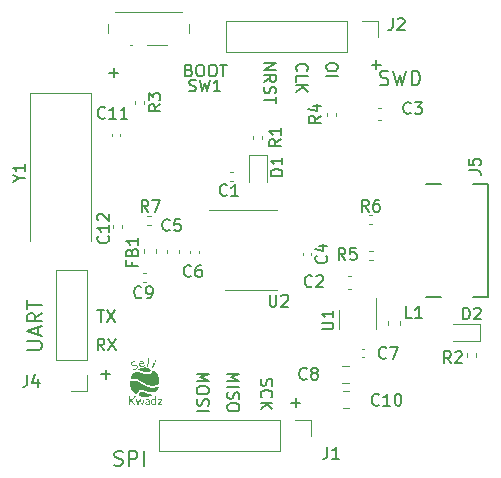
<source format=gbr>
%TF.GenerationSoftware,KiCad,Pcbnew,7.0.5*%
%TF.CreationDate,2023-06-10T20:49:47-07:00*%
%TF.ProjectId,st-breakout,73742d62-7265-4616-9b6f-75742e6b6963,rev?*%
%TF.SameCoordinates,Original*%
%TF.FileFunction,Legend,Top*%
%TF.FilePolarity,Positive*%
%FSLAX46Y46*%
G04 Gerber Fmt 4.6, Leading zero omitted, Abs format (unit mm)*
G04 Created by KiCad (PCBNEW 7.0.5) date 2023-06-10 20:49:47*
%MOMM*%
%LPD*%
G01*
G04 APERTURE LIST*
%ADD10C,0.150000*%
%ADD11C,0.120000*%
%ADD12C,0.200000*%
G04 APERTURE END LIST*
D10*
X123393922Y-100369819D02*
X123965350Y-100369819D01*
X123679636Y-101369819D02*
X123679636Y-100369819D01*
X124203446Y-100369819D02*
X124870112Y-101369819D01*
X124870112Y-100369819D02*
X124203446Y-101369819D01*
X124008207Y-103769819D02*
X123674874Y-103293628D01*
X123436779Y-103769819D02*
X123436779Y-102769819D01*
X123436779Y-102769819D02*
X123817731Y-102769819D01*
X123817731Y-102769819D02*
X123912969Y-102817438D01*
X123912969Y-102817438D02*
X123960588Y-102865057D01*
X123960588Y-102865057D02*
X124008207Y-102960295D01*
X124008207Y-102960295D02*
X124008207Y-103103152D01*
X124008207Y-103103152D02*
X123960588Y-103198390D01*
X123960588Y-103198390D02*
X123912969Y-103246009D01*
X123912969Y-103246009D02*
X123817731Y-103293628D01*
X123817731Y-103293628D02*
X123436779Y-103293628D01*
X124341541Y-102769819D02*
X125008207Y-103769819D01*
X125008207Y-102769819D02*
X124341541Y-103769819D01*
X117489223Y-103703696D02*
X118501128Y-103703696D01*
X118501128Y-103703696D02*
X118620176Y-103644173D01*
X118620176Y-103644173D02*
X118679700Y-103584649D01*
X118679700Y-103584649D02*
X118739223Y-103465601D01*
X118739223Y-103465601D02*
X118739223Y-103227506D01*
X118739223Y-103227506D02*
X118679700Y-103108458D01*
X118679700Y-103108458D02*
X118620176Y-103048935D01*
X118620176Y-103048935D02*
X118501128Y-102989411D01*
X118501128Y-102989411D02*
X117489223Y-102989411D01*
X118382080Y-102453696D02*
X118382080Y-101858458D01*
X118739223Y-102572744D02*
X117489223Y-102156077D01*
X117489223Y-102156077D02*
X118739223Y-101739411D01*
X118739223Y-100608458D02*
X118143985Y-101025124D01*
X118739223Y-101322743D02*
X117489223Y-101322743D01*
X117489223Y-101322743D02*
X117489223Y-100846553D01*
X117489223Y-100846553D02*
X117548747Y-100727505D01*
X117548747Y-100727505D02*
X117608271Y-100667982D01*
X117608271Y-100667982D02*
X117727319Y-100608458D01*
X117727319Y-100608458D02*
X117905890Y-100608458D01*
X117905890Y-100608458D02*
X118024938Y-100667982D01*
X118024938Y-100667982D02*
X118084461Y-100727505D01*
X118084461Y-100727505D02*
X118143985Y-100846553D01*
X118143985Y-100846553D02*
X118143985Y-101322743D01*
X117489223Y-100251315D02*
X117489223Y-99537029D01*
X118739223Y-99894172D02*
X117489223Y-99894172D01*
X124436779Y-80288866D02*
X125198684Y-80288866D01*
X124817731Y-80669819D02*
X124817731Y-79907914D01*
X131170112Y-80046009D02*
X131312969Y-80093628D01*
X131312969Y-80093628D02*
X131360588Y-80141247D01*
X131360588Y-80141247D02*
X131408207Y-80236485D01*
X131408207Y-80236485D02*
X131408207Y-80379342D01*
X131408207Y-80379342D02*
X131360588Y-80474580D01*
X131360588Y-80474580D02*
X131312969Y-80522200D01*
X131312969Y-80522200D02*
X131217731Y-80569819D01*
X131217731Y-80569819D02*
X130836779Y-80569819D01*
X130836779Y-80569819D02*
X130836779Y-79569819D01*
X130836779Y-79569819D02*
X131170112Y-79569819D01*
X131170112Y-79569819D02*
X131265350Y-79617438D01*
X131265350Y-79617438D02*
X131312969Y-79665057D01*
X131312969Y-79665057D02*
X131360588Y-79760295D01*
X131360588Y-79760295D02*
X131360588Y-79855533D01*
X131360588Y-79855533D02*
X131312969Y-79950771D01*
X131312969Y-79950771D02*
X131265350Y-79998390D01*
X131265350Y-79998390D02*
X131170112Y-80046009D01*
X131170112Y-80046009D02*
X130836779Y-80046009D01*
X132027255Y-79569819D02*
X132217731Y-79569819D01*
X132217731Y-79569819D02*
X132312969Y-79617438D01*
X132312969Y-79617438D02*
X132408207Y-79712676D01*
X132408207Y-79712676D02*
X132455826Y-79903152D01*
X132455826Y-79903152D02*
X132455826Y-80236485D01*
X132455826Y-80236485D02*
X132408207Y-80426961D01*
X132408207Y-80426961D02*
X132312969Y-80522200D01*
X132312969Y-80522200D02*
X132217731Y-80569819D01*
X132217731Y-80569819D02*
X132027255Y-80569819D01*
X132027255Y-80569819D02*
X131932017Y-80522200D01*
X131932017Y-80522200D02*
X131836779Y-80426961D01*
X131836779Y-80426961D02*
X131789160Y-80236485D01*
X131789160Y-80236485D02*
X131789160Y-79903152D01*
X131789160Y-79903152D02*
X131836779Y-79712676D01*
X131836779Y-79712676D02*
X131932017Y-79617438D01*
X131932017Y-79617438D02*
X132027255Y-79569819D01*
X133074874Y-79569819D02*
X133265350Y-79569819D01*
X133265350Y-79569819D02*
X133360588Y-79617438D01*
X133360588Y-79617438D02*
X133455826Y-79712676D01*
X133455826Y-79712676D02*
X133503445Y-79903152D01*
X133503445Y-79903152D02*
X133503445Y-80236485D01*
X133503445Y-80236485D02*
X133455826Y-80426961D01*
X133455826Y-80426961D02*
X133360588Y-80522200D01*
X133360588Y-80522200D02*
X133265350Y-80569819D01*
X133265350Y-80569819D02*
X133074874Y-80569819D01*
X133074874Y-80569819D02*
X132979636Y-80522200D01*
X132979636Y-80522200D02*
X132884398Y-80426961D01*
X132884398Y-80426961D02*
X132836779Y-80236485D01*
X132836779Y-80236485D02*
X132836779Y-79903152D01*
X132836779Y-79903152D02*
X132884398Y-79712676D01*
X132884398Y-79712676D02*
X132979636Y-79617438D01*
X132979636Y-79617438D02*
X133074874Y-79569819D01*
X133789160Y-79569819D02*
X134360588Y-79569819D01*
X134074874Y-80569819D02*
X134074874Y-79569819D01*
X137530180Y-79436779D02*
X138530180Y-79436779D01*
X138530180Y-79436779D02*
X137530180Y-80008207D01*
X137530180Y-80008207D02*
X138530180Y-80008207D01*
X137530180Y-81055826D02*
X138006371Y-80722493D01*
X137530180Y-80484398D02*
X138530180Y-80484398D01*
X138530180Y-80484398D02*
X138530180Y-80865350D01*
X138530180Y-80865350D02*
X138482561Y-80960588D01*
X138482561Y-80960588D02*
X138434942Y-81008207D01*
X138434942Y-81008207D02*
X138339704Y-81055826D01*
X138339704Y-81055826D02*
X138196847Y-81055826D01*
X138196847Y-81055826D02*
X138101609Y-81008207D01*
X138101609Y-81008207D02*
X138053990Y-80960588D01*
X138053990Y-80960588D02*
X138006371Y-80865350D01*
X138006371Y-80865350D02*
X138006371Y-80484398D01*
X137577800Y-81436779D02*
X137530180Y-81579636D01*
X137530180Y-81579636D02*
X137530180Y-81817731D01*
X137530180Y-81817731D02*
X137577800Y-81912969D01*
X137577800Y-81912969D02*
X137625419Y-81960588D01*
X137625419Y-81960588D02*
X137720657Y-82008207D01*
X137720657Y-82008207D02*
X137815895Y-82008207D01*
X137815895Y-82008207D02*
X137911133Y-81960588D01*
X137911133Y-81960588D02*
X137958752Y-81912969D01*
X137958752Y-81912969D02*
X138006371Y-81817731D01*
X138006371Y-81817731D02*
X138053990Y-81627255D01*
X138053990Y-81627255D02*
X138101609Y-81532017D01*
X138101609Y-81532017D02*
X138149228Y-81484398D01*
X138149228Y-81484398D02*
X138244466Y-81436779D01*
X138244466Y-81436779D02*
X138339704Y-81436779D01*
X138339704Y-81436779D02*
X138434942Y-81484398D01*
X138434942Y-81484398D02*
X138482561Y-81532017D01*
X138482561Y-81532017D02*
X138530180Y-81627255D01*
X138530180Y-81627255D02*
X138530180Y-81865350D01*
X138530180Y-81865350D02*
X138482561Y-82008207D01*
X138530180Y-82293922D02*
X138530180Y-82865350D01*
X137530180Y-82579636D02*
X138530180Y-82579636D01*
X140325419Y-80108207D02*
X140277800Y-80060588D01*
X140277800Y-80060588D02*
X140230180Y-79917731D01*
X140230180Y-79917731D02*
X140230180Y-79822493D01*
X140230180Y-79822493D02*
X140277800Y-79679636D01*
X140277800Y-79679636D02*
X140373038Y-79584398D01*
X140373038Y-79584398D02*
X140468276Y-79536779D01*
X140468276Y-79536779D02*
X140658752Y-79489160D01*
X140658752Y-79489160D02*
X140801609Y-79489160D01*
X140801609Y-79489160D02*
X140992085Y-79536779D01*
X140992085Y-79536779D02*
X141087323Y-79584398D01*
X141087323Y-79584398D02*
X141182561Y-79679636D01*
X141182561Y-79679636D02*
X141230180Y-79822493D01*
X141230180Y-79822493D02*
X141230180Y-79917731D01*
X141230180Y-79917731D02*
X141182561Y-80060588D01*
X141182561Y-80060588D02*
X141134942Y-80108207D01*
X140230180Y-81012969D02*
X140230180Y-80536779D01*
X140230180Y-80536779D02*
X141230180Y-80536779D01*
X140230180Y-81346303D02*
X141230180Y-81346303D01*
X140230180Y-81917731D02*
X140801609Y-81489160D01*
X141230180Y-81917731D02*
X140658752Y-81346303D01*
X143769819Y-80563220D02*
X142769819Y-80563220D01*
X142769819Y-79896554D02*
X142769819Y-79706078D01*
X142769819Y-79706078D02*
X142817438Y-79610840D01*
X142817438Y-79610840D02*
X142912676Y-79515602D01*
X142912676Y-79515602D02*
X143103152Y-79467983D01*
X143103152Y-79467983D02*
X143436485Y-79467983D01*
X143436485Y-79467983D02*
X143626961Y-79515602D01*
X143626961Y-79515602D02*
X143722200Y-79610840D01*
X143722200Y-79610840D02*
X143769819Y-79706078D01*
X143769819Y-79706078D02*
X143769819Y-79896554D01*
X143769819Y-79896554D02*
X143722200Y-79991792D01*
X143722200Y-79991792D02*
X143626961Y-80087030D01*
X143626961Y-80087030D02*
X143436485Y-80134649D01*
X143436485Y-80134649D02*
X143103152Y-80134649D01*
X143103152Y-80134649D02*
X142912676Y-80087030D01*
X142912676Y-80087030D02*
X142817438Y-79991792D01*
X142817438Y-79991792D02*
X142769819Y-79896554D01*
X147336779Y-81279700D02*
X147515350Y-81339223D01*
X147515350Y-81339223D02*
X147812969Y-81339223D01*
X147812969Y-81339223D02*
X147932017Y-81279700D01*
X147932017Y-81279700D02*
X147991541Y-81220176D01*
X147991541Y-81220176D02*
X148051064Y-81101128D01*
X148051064Y-81101128D02*
X148051064Y-80982080D01*
X148051064Y-80982080D02*
X147991541Y-80863033D01*
X147991541Y-80863033D02*
X147932017Y-80803509D01*
X147932017Y-80803509D02*
X147812969Y-80743985D01*
X147812969Y-80743985D02*
X147574874Y-80684461D01*
X147574874Y-80684461D02*
X147455826Y-80624938D01*
X147455826Y-80624938D02*
X147396303Y-80565414D01*
X147396303Y-80565414D02*
X147336779Y-80446366D01*
X147336779Y-80446366D02*
X147336779Y-80327319D01*
X147336779Y-80327319D02*
X147396303Y-80208271D01*
X147396303Y-80208271D02*
X147455826Y-80148747D01*
X147455826Y-80148747D02*
X147574874Y-80089223D01*
X147574874Y-80089223D02*
X147872493Y-80089223D01*
X147872493Y-80089223D02*
X148051064Y-80148747D01*
X148467731Y-80089223D02*
X148765350Y-81339223D01*
X148765350Y-81339223D02*
X149003445Y-80446366D01*
X149003445Y-80446366D02*
X149241540Y-81339223D01*
X149241540Y-81339223D02*
X149539160Y-80089223D01*
X150015350Y-81339223D02*
X150015350Y-80089223D01*
X150015350Y-80089223D02*
X150312969Y-80089223D01*
X150312969Y-80089223D02*
X150491540Y-80148747D01*
X150491540Y-80148747D02*
X150610588Y-80267795D01*
X150610588Y-80267795D02*
X150670111Y-80386842D01*
X150670111Y-80386842D02*
X150729635Y-80624938D01*
X150729635Y-80624938D02*
X150729635Y-80803509D01*
X150729635Y-80803509D02*
X150670111Y-81041604D01*
X150670111Y-81041604D02*
X150610588Y-81160652D01*
X150610588Y-81160652D02*
X150491540Y-81279700D01*
X150491540Y-81279700D02*
X150312969Y-81339223D01*
X150312969Y-81339223D02*
X150015350Y-81339223D01*
X146636779Y-79588866D02*
X147398684Y-79588866D01*
X147017731Y-79969819D02*
X147017731Y-79207914D01*
X123736779Y-105788866D02*
X124498684Y-105788866D01*
X124117731Y-106169819D02*
X124117731Y-105407914D01*
X139836779Y-108188866D02*
X140598684Y-108188866D01*
X140217731Y-108569819D02*
X140217731Y-107807914D01*
X131830180Y-105736779D02*
X132830180Y-105736779D01*
X132830180Y-105736779D02*
X132115895Y-106070112D01*
X132115895Y-106070112D02*
X132830180Y-106403445D01*
X132830180Y-106403445D02*
X131830180Y-106403445D01*
X132830180Y-107070112D02*
X132830180Y-107260588D01*
X132830180Y-107260588D02*
X132782561Y-107355826D01*
X132782561Y-107355826D02*
X132687323Y-107451064D01*
X132687323Y-107451064D02*
X132496847Y-107498683D01*
X132496847Y-107498683D02*
X132163514Y-107498683D01*
X132163514Y-107498683D02*
X131973038Y-107451064D01*
X131973038Y-107451064D02*
X131877800Y-107355826D01*
X131877800Y-107355826D02*
X131830180Y-107260588D01*
X131830180Y-107260588D02*
X131830180Y-107070112D01*
X131830180Y-107070112D02*
X131877800Y-106974874D01*
X131877800Y-106974874D02*
X131973038Y-106879636D01*
X131973038Y-106879636D02*
X132163514Y-106832017D01*
X132163514Y-106832017D02*
X132496847Y-106832017D01*
X132496847Y-106832017D02*
X132687323Y-106879636D01*
X132687323Y-106879636D02*
X132782561Y-106974874D01*
X132782561Y-106974874D02*
X132830180Y-107070112D01*
X131877800Y-107879636D02*
X131830180Y-108022493D01*
X131830180Y-108022493D02*
X131830180Y-108260588D01*
X131830180Y-108260588D02*
X131877800Y-108355826D01*
X131877800Y-108355826D02*
X131925419Y-108403445D01*
X131925419Y-108403445D02*
X132020657Y-108451064D01*
X132020657Y-108451064D02*
X132115895Y-108451064D01*
X132115895Y-108451064D02*
X132211133Y-108403445D01*
X132211133Y-108403445D02*
X132258752Y-108355826D01*
X132258752Y-108355826D02*
X132306371Y-108260588D01*
X132306371Y-108260588D02*
X132353990Y-108070112D01*
X132353990Y-108070112D02*
X132401609Y-107974874D01*
X132401609Y-107974874D02*
X132449228Y-107927255D01*
X132449228Y-107927255D02*
X132544466Y-107879636D01*
X132544466Y-107879636D02*
X132639704Y-107879636D01*
X132639704Y-107879636D02*
X132734942Y-107927255D01*
X132734942Y-107927255D02*
X132782561Y-107974874D01*
X132782561Y-107974874D02*
X132830180Y-108070112D01*
X132830180Y-108070112D02*
X132830180Y-108308207D01*
X132830180Y-108308207D02*
X132782561Y-108451064D01*
X131830180Y-108879636D02*
X132830180Y-108879636D01*
X134430180Y-105736779D02*
X135430180Y-105736779D01*
X135430180Y-105736779D02*
X134715895Y-106070112D01*
X134715895Y-106070112D02*
X135430180Y-106403445D01*
X135430180Y-106403445D02*
X134430180Y-106403445D01*
X134430180Y-106879636D02*
X135430180Y-106879636D01*
X134477800Y-107308207D02*
X134430180Y-107451064D01*
X134430180Y-107451064D02*
X134430180Y-107689159D01*
X134430180Y-107689159D02*
X134477800Y-107784397D01*
X134477800Y-107784397D02*
X134525419Y-107832016D01*
X134525419Y-107832016D02*
X134620657Y-107879635D01*
X134620657Y-107879635D02*
X134715895Y-107879635D01*
X134715895Y-107879635D02*
X134811133Y-107832016D01*
X134811133Y-107832016D02*
X134858752Y-107784397D01*
X134858752Y-107784397D02*
X134906371Y-107689159D01*
X134906371Y-107689159D02*
X134953990Y-107498683D01*
X134953990Y-107498683D02*
X135001609Y-107403445D01*
X135001609Y-107403445D02*
X135049228Y-107355826D01*
X135049228Y-107355826D02*
X135144466Y-107308207D01*
X135144466Y-107308207D02*
X135239704Y-107308207D01*
X135239704Y-107308207D02*
X135334942Y-107355826D01*
X135334942Y-107355826D02*
X135382561Y-107403445D01*
X135382561Y-107403445D02*
X135430180Y-107498683D01*
X135430180Y-107498683D02*
X135430180Y-107736778D01*
X135430180Y-107736778D02*
X135382561Y-107879635D01*
X135430180Y-108498683D02*
X135430180Y-108689159D01*
X135430180Y-108689159D02*
X135382561Y-108784397D01*
X135382561Y-108784397D02*
X135287323Y-108879635D01*
X135287323Y-108879635D02*
X135096847Y-108927254D01*
X135096847Y-108927254D02*
X134763514Y-108927254D01*
X134763514Y-108927254D02*
X134573038Y-108879635D01*
X134573038Y-108879635D02*
X134477800Y-108784397D01*
X134477800Y-108784397D02*
X134430180Y-108689159D01*
X134430180Y-108689159D02*
X134430180Y-108498683D01*
X134430180Y-108498683D02*
X134477800Y-108403445D01*
X134477800Y-108403445D02*
X134573038Y-108308207D01*
X134573038Y-108308207D02*
X134763514Y-108260588D01*
X134763514Y-108260588D02*
X135096847Y-108260588D01*
X135096847Y-108260588D02*
X135287323Y-108308207D01*
X135287323Y-108308207D02*
X135382561Y-108403445D01*
X135382561Y-108403445D02*
X135430180Y-108498683D01*
X137277800Y-106189160D02*
X137230180Y-106332017D01*
X137230180Y-106332017D02*
X137230180Y-106570112D01*
X137230180Y-106570112D02*
X137277800Y-106665350D01*
X137277800Y-106665350D02*
X137325419Y-106712969D01*
X137325419Y-106712969D02*
X137420657Y-106760588D01*
X137420657Y-106760588D02*
X137515895Y-106760588D01*
X137515895Y-106760588D02*
X137611133Y-106712969D01*
X137611133Y-106712969D02*
X137658752Y-106665350D01*
X137658752Y-106665350D02*
X137706371Y-106570112D01*
X137706371Y-106570112D02*
X137753990Y-106379636D01*
X137753990Y-106379636D02*
X137801609Y-106284398D01*
X137801609Y-106284398D02*
X137849228Y-106236779D01*
X137849228Y-106236779D02*
X137944466Y-106189160D01*
X137944466Y-106189160D02*
X138039704Y-106189160D01*
X138039704Y-106189160D02*
X138134942Y-106236779D01*
X138134942Y-106236779D02*
X138182561Y-106284398D01*
X138182561Y-106284398D02*
X138230180Y-106379636D01*
X138230180Y-106379636D02*
X138230180Y-106617731D01*
X138230180Y-106617731D02*
X138182561Y-106760588D01*
X137325419Y-107760588D02*
X137277800Y-107712969D01*
X137277800Y-107712969D02*
X137230180Y-107570112D01*
X137230180Y-107570112D02*
X137230180Y-107474874D01*
X137230180Y-107474874D02*
X137277800Y-107332017D01*
X137277800Y-107332017D02*
X137373038Y-107236779D01*
X137373038Y-107236779D02*
X137468276Y-107189160D01*
X137468276Y-107189160D02*
X137658752Y-107141541D01*
X137658752Y-107141541D02*
X137801609Y-107141541D01*
X137801609Y-107141541D02*
X137992085Y-107189160D01*
X137992085Y-107189160D02*
X138087323Y-107236779D01*
X138087323Y-107236779D02*
X138182561Y-107332017D01*
X138182561Y-107332017D02*
X138230180Y-107474874D01*
X138230180Y-107474874D02*
X138230180Y-107570112D01*
X138230180Y-107570112D02*
X138182561Y-107712969D01*
X138182561Y-107712969D02*
X138134942Y-107760588D01*
X137230180Y-108189160D02*
X138230180Y-108189160D01*
X137230180Y-108760588D02*
X137801609Y-108332017D01*
X138230180Y-108760588D02*
X137658752Y-108189160D01*
X124836779Y-113479700D02*
X125015350Y-113539223D01*
X125015350Y-113539223D02*
X125312969Y-113539223D01*
X125312969Y-113539223D02*
X125432017Y-113479700D01*
X125432017Y-113479700D02*
X125491541Y-113420176D01*
X125491541Y-113420176D02*
X125551064Y-113301128D01*
X125551064Y-113301128D02*
X125551064Y-113182080D01*
X125551064Y-113182080D02*
X125491541Y-113063033D01*
X125491541Y-113063033D02*
X125432017Y-113003509D01*
X125432017Y-113003509D02*
X125312969Y-112943985D01*
X125312969Y-112943985D02*
X125074874Y-112884461D01*
X125074874Y-112884461D02*
X124955826Y-112824938D01*
X124955826Y-112824938D02*
X124896303Y-112765414D01*
X124896303Y-112765414D02*
X124836779Y-112646366D01*
X124836779Y-112646366D02*
X124836779Y-112527319D01*
X124836779Y-112527319D02*
X124896303Y-112408271D01*
X124896303Y-112408271D02*
X124955826Y-112348747D01*
X124955826Y-112348747D02*
X125074874Y-112289223D01*
X125074874Y-112289223D02*
X125372493Y-112289223D01*
X125372493Y-112289223D02*
X125551064Y-112348747D01*
X126086779Y-113539223D02*
X126086779Y-112289223D01*
X126086779Y-112289223D02*
X126562969Y-112289223D01*
X126562969Y-112289223D02*
X126682017Y-112348747D01*
X126682017Y-112348747D02*
X126741540Y-112408271D01*
X126741540Y-112408271D02*
X126801064Y-112527319D01*
X126801064Y-112527319D02*
X126801064Y-112705890D01*
X126801064Y-112705890D02*
X126741540Y-112824938D01*
X126741540Y-112824938D02*
X126682017Y-112884461D01*
X126682017Y-112884461D02*
X126562969Y-112943985D01*
X126562969Y-112943985D02*
X126086779Y-112943985D01*
X127336779Y-113539223D02*
X127336779Y-112289223D01*
%TO.C,SW1*%
X131166667Y-81807200D02*
X131309524Y-81854819D01*
X131309524Y-81854819D02*
X131547619Y-81854819D01*
X131547619Y-81854819D02*
X131642857Y-81807200D01*
X131642857Y-81807200D02*
X131690476Y-81759580D01*
X131690476Y-81759580D02*
X131738095Y-81664342D01*
X131738095Y-81664342D02*
X131738095Y-81569104D01*
X131738095Y-81569104D02*
X131690476Y-81473866D01*
X131690476Y-81473866D02*
X131642857Y-81426247D01*
X131642857Y-81426247D02*
X131547619Y-81378628D01*
X131547619Y-81378628D02*
X131357143Y-81331009D01*
X131357143Y-81331009D02*
X131261905Y-81283390D01*
X131261905Y-81283390D02*
X131214286Y-81235771D01*
X131214286Y-81235771D02*
X131166667Y-81140533D01*
X131166667Y-81140533D02*
X131166667Y-81045295D01*
X131166667Y-81045295D02*
X131214286Y-80950057D01*
X131214286Y-80950057D02*
X131261905Y-80902438D01*
X131261905Y-80902438D02*
X131357143Y-80854819D01*
X131357143Y-80854819D02*
X131595238Y-80854819D01*
X131595238Y-80854819D02*
X131738095Y-80902438D01*
X132071429Y-80854819D02*
X132309524Y-81854819D01*
X132309524Y-81854819D02*
X132500000Y-81140533D01*
X132500000Y-81140533D02*
X132690476Y-81854819D01*
X132690476Y-81854819D02*
X132928572Y-80854819D01*
X133833333Y-81854819D02*
X133261905Y-81854819D01*
X133547619Y-81854819D02*
X133547619Y-80854819D01*
X133547619Y-80854819D02*
X133452381Y-80997676D01*
X133452381Y-80997676D02*
X133357143Y-81092914D01*
X133357143Y-81092914D02*
X133261905Y-81140533D01*
%TO.C,J5*%
X154854819Y-88533333D02*
X155569104Y-88533333D01*
X155569104Y-88533333D02*
X155711961Y-88580952D01*
X155711961Y-88580952D02*
X155807200Y-88676190D01*
X155807200Y-88676190D02*
X155854819Y-88819047D01*
X155854819Y-88819047D02*
X155854819Y-88914285D01*
X154854819Y-87580952D02*
X154854819Y-88057142D01*
X154854819Y-88057142D02*
X155331009Y-88104761D01*
X155331009Y-88104761D02*
X155283390Y-88057142D01*
X155283390Y-88057142D02*
X155235771Y-87961904D01*
X155235771Y-87961904D02*
X155235771Y-87723809D01*
X155235771Y-87723809D02*
X155283390Y-87628571D01*
X155283390Y-87628571D02*
X155331009Y-87580952D01*
X155331009Y-87580952D02*
X155426247Y-87533333D01*
X155426247Y-87533333D02*
X155664342Y-87533333D01*
X155664342Y-87533333D02*
X155759580Y-87580952D01*
X155759580Y-87580952D02*
X155807200Y-87628571D01*
X155807200Y-87628571D02*
X155854819Y-87723809D01*
X155854819Y-87723809D02*
X155854819Y-87961904D01*
X155854819Y-87961904D02*
X155807200Y-88057142D01*
X155807200Y-88057142D02*
X155759580Y-88104761D01*
%TO.C,R5*%
X144408333Y-96104819D02*
X144075000Y-95628628D01*
X143836905Y-96104819D02*
X143836905Y-95104819D01*
X143836905Y-95104819D02*
X144217857Y-95104819D01*
X144217857Y-95104819D02*
X144313095Y-95152438D01*
X144313095Y-95152438D02*
X144360714Y-95200057D01*
X144360714Y-95200057D02*
X144408333Y-95295295D01*
X144408333Y-95295295D02*
X144408333Y-95438152D01*
X144408333Y-95438152D02*
X144360714Y-95533390D01*
X144360714Y-95533390D02*
X144313095Y-95581009D01*
X144313095Y-95581009D02*
X144217857Y-95628628D01*
X144217857Y-95628628D02*
X143836905Y-95628628D01*
X145313095Y-95104819D02*
X144836905Y-95104819D01*
X144836905Y-95104819D02*
X144789286Y-95581009D01*
X144789286Y-95581009D02*
X144836905Y-95533390D01*
X144836905Y-95533390D02*
X144932143Y-95485771D01*
X144932143Y-95485771D02*
X145170238Y-95485771D01*
X145170238Y-95485771D02*
X145265476Y-95533390D01*
X145265476Y-95533390D02*
X145313095Y-95581009D01*
X145313095Y-95581009D02*
X145360714Y-95676247D01*
X145360714Y-95676247D02*
X145360714Y-95914342D01*
X145360714Y-95914342D02*
X145313095Y-96009580D01*
X145313095Y-96009580D02*
X145265476Y-96057200D01*
X145265476Y-96057200D02*
X145170238Y-96104819D01*
X145170238Y-96104819D02*
X144932143Y-96104819D01*
X144932143Y-96104819D02*
X144836905Y-96057200D01*
X144836905Y-96057200D02*
X144789286Y-96009580D01*
%TO.C,C2*%
X141583333Y-98319580D02*
X141535714Y-98367200D01*
X141535714Y-98367200D02*
X141392857Y-98414819D01*
X141392857Y-98414819D02*
X141297619Y-98414819D01*
X141297619Y-98414819D02*
X141154762Y-98367200D01*
X141154762Y-98367200D02*
X141059524Y-98271961D01*
X141059524Y-98271961D02*
X141011905Y-98176723D01*
X141011905Y-98176723D02*
X140964286Y-97986247D01*
X140964286Y-97986247D02*
X140964286Y-97843390D01*
X140964286Y-97843390D02*
X141011905Y-97652914D01*
X141011905Y-97652914D02*
X141059524Y-97557676D01*
X141059524Y-97557676D02*
X141154762Y-97462438D01*
X141154762Y-97462438D02*
X141297619Y-97414819D01*
X141297619Y-97414819D02*
X141392857Y-97414819D01*
X141392857Y-97414819D02*
X141535714Y-97462438D01*
X141535714Y-97462438D02*
X141583333Y-97510057D01*
X141964286Y-97510057D02*
X142011905Y-97462438D01*
X142011905Y-97462438D02*
X142107143Y-97414819D01*
X142107143Y-97414819D02*
X142345238Y-97414819D01*
X142345238Y-97414819D02*
X142440476Y-97462438D01*
X142440476Y-97462438D02*
X142488095Y-97510057D01*
X142488095Y-97510057D02*
X142535714Y-97605295D01*
X142535714Y-97605295D02*
X142535714Y-97700533D01*
X142535714Y-97700533D02*
X142488095Y-97843390D01*
X142488095Y-97843390D02*
X141916667Y-98414819D01*
X141916667Y-98414819D02*
X142535714Y-98414819D01*
%TO.C,J2*%
X148416666Y-75654819D02*
X148416666Y-76369104D01*
X148416666Y-76369104D02*
X148369047Y-76511961D01*
X148369047Y-76511961D02*
X148273809Y-76607200D01*
X148273809Y-76607200D02*
X148130952Y-76654819D01*
X148130952Y-76654819D02*
X148035714Y-76654819D01*
X148845238Y-75750057D02*
X148892857Y-75702438D01*
X148892857Y-75702438D02*
X148988095Y-75654819D01*
X148988095Y-75654819D02*
X149226190Y-75654819D01*
X149226190Y-75654819D02*
X149321428Y-75702438D01*
X149321428Y-75702438D02*
X149369047Y-75750057D01*
X149369047Y-75750057D02*
X149416666Y-75845295D01*
X149416666Y-75845295D02*
X149416666Y-75940533D01*
X149416666Y-75940533D02*
X149369047Y-76083390D01*
X149369047Y-76083390D02*
X148797619Y-76654819D01*
X148797619Y-76654819D02*
X149416666Y-76654819D01*
%TO.C,C11*%
X124057142Y-84059580D02*
X124009523Y-84107200D01*
X124009523Y-84107200D02*
X123866666Y-84154819D01*
X123866666Y-84154819D02*
X123771428Y-84154819D01*
X123771428Y-84154819D02*
X123628571Y-84107200D01*
X123628571Y-84107200D02*
X123533333Y-84011961D01*
X123533333Y-84011961D02*
X123485714Y-83916723D01*
X123485714Y-83916723D02*
X123438095Y-83726247D01*
X123438095Y-83726247D02*
X123438095Y-83583390D01*
X123438095Y-83583390D02*
X123485714Y-83392914D01*
X123485714Y-83392914D02*
X123533333Y-83297676D01*
X123533333Y-83297676D02*
X123628571Y-83202438D01*
X123628571Y-83202438D02*
X123771428Y-83154819D01*
X123771428Y-83154819D02*
X123866666Y-83154819D01*
X123866666Y-83154819D02*
X124009523Y-83202438D01*
X124009523Y-83202438D02*
X124057142Y-83250057D01*
X125009523Y-84154819D02*
X124438095Y-84154819D01*
X124723809Y-84154819D02*
X124723809Y-83154819D01*
X124723809Y-83154819D02*
X124628571Y-83297676D01*
X124628571Y-83297676D02*
X124533333Y-83392914D01*
X124533333Y-83392914D02*
X124438095Y-83440533D01*
X125961904Y-84154819D02*
X125390476Y-84154819D01*
X125676190Y-84154819D02*
X125676190Y-83154819D01*
X125676190Y-83154819D02*
X125580952Y-83297676D01*
X125580952Y-83297676D02*
X125485714Y-83392914D01*
X125485714Y-83392914D02*
X125390476Y-83440533D01*
%TO.C,L1*%
X150033333Y-101029819D02*
X149557143Y-101029819D01*
X149557143Y-101029819D02*
X149557143Y-100029819D01*
X150890476Y-101029819D02*
X150319048Y-101029819D01*
X150604762Y-101029819D02*
X150604762Y-100029819D01*
X150604762Y-100029819D02*
X150509524Y-100172676D01*
X150509524Y-100172676D02*
X150414286Y-100267914D01*
X150414286Y-100267914D02*
X150319048Y-100315533D01*
%TO.C,Y1*%
X116778628Y-89218190D02*
X117254819Y-89218190D01*
X116254819Y-89551523D02*
X116778628Y-89218190D01*
X116778628Y-89218190D02*
X116254819Y-88884857D01*
X117254819Y-88027714D02*
X117254819Y-88599142D01*
X117254819Y-88313428D02*
X116254819Y-88313428D01*
X116254819Y-88313428D02*
X116397676Y-88408666D01*
X116397676Y-88408666D02*
X116492914Y-88503904D01*
X116492914Y-88503904D02*
X116540533Y-88599142D01*
%TO.C,C12*%
X124309580Y-94092857D02*
X124357200Y-94140476D01*
X124357200Y-94140476D02*
X124404819Y-94283333D01*
X124404819Y-94283333D02*
X124404819Y-94378571D01*
X124404819Y-94378571D02*
X124357200Y-94521428D01*
X124357200Y-94521428D02*
X124261961Y-94616666D01*
X124261961Y-94616666D02*
X124166723Y-94664285D01*
X124166723Y-94664285D02*
X123976247Y-94711904D01*
X123976247Y-94711904D02*
X123833390Y-94711904D01*
X123833390Y-94711904D02*
X123642914Y-94664285D01*
X123642914Y-94664285D02*
X123547676Y-94616666D01*
X123547676Y-94616666D02*
X123452438Y-94521428D01*
X123452438Y-94521428D02*
X123404819Y-94378571D01*
X123404819Y-94378571D02*
X123404819Y-94283333D01*
X123404819Y-94283333D02*
X123452438Y-94140476D01*
X123452438Y-94140476D02*
X123500057Y-94092857D01*
X124404819Y-93140476D02*
X124404819Y-93711904D01*
X124404819Y-93426190D02*
X123404819Y-93426190D01*
X123404819Y-93426190D02*
X123547676Y-93521428D01*
X123547676Y-93521428D02*
X123642914Y-93616666D01*
X123642914Y-93616666D02*
X123690533Y-93711904D01*
X123500057Y-92759523D02*
X123452438Y-92711904D01*
X123452438Y-92711904D02*
X123404819Y-92616666D01*
X123404819Y-92616666D02*
X123404819Y-92378571D01*
X123404819Y-92378571D02*
X123452438Y-92283333D01*
X123452438Y-92283333D02*
X123500057Y-92235714D01*
X123500057Y-92235714D02*
X123595295Y-92188095D01*
X123595295Y-92188095D02*
X123690533Y-92188095D01*
X123690533Y-92188095D02*
X123833390Y-92235714D01*
X123833390Y-92235714D02*
X124404819Y-92807142D01*
X124404819Y-92807142D02*
X124404819Y-92188095D01*
%TO.C,R4*%
X142304819Y-83916666D02*
X141828628Y-84249999D01*
X142304819Y-84488094D02*
X141304819Y-84488094D01*
X141304819Y-84488094D02*
X141304819Y-84107142D01*
X141304819Y-84107142D02*
X141352438Y-84011904D01*
X141352438Y-84011904D02*
X141400057Y-83964285D01*
X141400057Y-83964285D02*
X141495295Y-83916666D01*
X141495295Y-83916666D02*
X141638152Y-83916666D01*
X141638152Y-83916666D02*
X141733390Y-83964285D01*
X141733390Y-83964285D02*
X141781009Y-84011904D01*
X141781009Y-84011904D02*
X141828628Y-84107142D01*
X141828628Y-84107142D02*
X141828628Y-84488094D01*
X141638152Y-83059523D02*
X142304819Y-83059523D01*
X141257200Y-83297618D02*
X141971485Y-83535713D01*
X141971485Y-83535713D02*
X141971485Y-82916666D01*
%TO.C,R3*%
X128754819Y-82946666D02*
X128278628Y-83279999D01*
X128754819Y-83518094D02*
X127754819Y-83518094D01*
X127754819Y-83518094D02*
X127754819Y-83137142D01*
X127754819Y-83137142D02*
X127802438Y-83041904D01*
X127802438Y-83041904D02*
X127850057Y-82994285D01*
X127850057Y-82994285D02*
X127945295Y-82946666D01*
X127945295Y-82946666D02*
X128088152Y-82946666D01*
X128088152Y-82946666D02*
X128183390Y-82994285D01*
X128183390Y-82994285D02*
X128231009Y-83041904D01*
X128231009Y-83041904D02*
X128278628Y-83137142D01*
X128278628Y-83137142D02*
X128278628Y-83518094D01*
X127754819Y-82613332D02*
X127754819Y-81994285D01*
X127754819Y-81994285D02*
X128135771Y-82327618D01*
X128135771Y-82327618D02*
X128135771Y-82184761D01*
X128135771Y-82184761D02*
X128183390Y-82089523D01*
X128183390Y-82089523D02*
X128231009Y-82041904D01*
X128231009Y-82041904D02*
X128326247Y-81994285D01*
X128326247Y-81994285D02*
X128564342Y-81994285D01*
X128564342Y-81994285D02*
X128659580Y-82041904D01*
X128659580Y-82041904D02*
X128707200Y-82089523D01*
X128707200Y-82089523D02*
X128754819Y-82184761D01*
X128754819Y-82184761D02*
X128754819Y-82470475D01*
X128754819Y-82470475D02*
X128707200Y-82565713D01*
X128707200Y-82565713D02*
X128659580Y-82613332D01*
%TO.C,C7*%
X147858333Y-104384580D02*
X147810714Y-104432200D01*
X147810714Y-104432200D02*
X147667857Y-104479819D01*
X147667857Y-104479819D02*
X147572619Y-104479819D01*
X147572619Y-104479819D02*
X147429762Y-104432200D01*
X147429762Y-104432200D02*
X147334524Y-104336961D01*
X147334524Y-104336961D02*
X147286905Y-104241723D01*
X147286905Y-104241723D02*
X147239286Y-104051247D01*
X147239286Y-104051247D02*
X147239286Y-103908390D01*
X147239286Y-103908390D02*
X147286905Y-103717914D01*
X147286905Y-103717914D02*
X147334524Y-103622676D01*
X147334524Y-103622676D02*
X147429762Y-103527438D01*
X147429762Y-103527438D02*
X147572619Y-103479819D01*
X147572619Y-103479819D02*
X147667857Y-103479819D01*
X147667857Y-103479819D02*
X147810714Y-103527438D01*
X147810714Y-103527438D02*
X147858333Y-103575057D01*
X148191667Y-103479819D02*
X148858333Y-103479819D01*
X148858333Y-103479819D02*
X148429762Y-104479819D01*
%TO.C,J1*%
X142886666Y-111954819D02*
X142886666Y-112669104D01*
X142886666Y-112669104D02*
X142839047Y-112811961D01*
X142839047Y-112811961D02*
X142743809Y-112907200D01*
X142743809Y-112907200D02*
X142600952Y-112954819D01*
X142600952Y-112954819D02*
X142505714Y-112954819D01*
X143886666Y-112954819D02*
X143315238Y-112954819D01*
X143600952Y-112954819D02*
X143600952Y-111954819D01*
X143600952Y-111954819D02*
X143505714Y-112097676D01*
X143505714Y-112097676D02*
X143410476Y-112192914D01*
X143410476Y-112192914D02*
X143315238Y-112240533D01*
%TO.C,C9*%
X127133333Y-99259580D02*
X127085714Y-99307200D01*
X127085714Y-99307200D02*
X126942857Y-99354819D01*
X126942857Y-99354819D02*
X126847619Y-99354819D01*
X126847619Y-99354819D02*
X126704762Y-99307200D01*
X126704762Y-99307200D02*
X126609524Y-99211961D01*
X126609524Y-99211961D02*
X126561905Y-99116723D01*
X126561905Y-99116723D02*
X126514286Y-98926247D01*
X126514286Y-98926247D02*
X126514286Y-98783390D01*
X126514286Y-98783390D02*
X126561905Y-98592914D01*
X126561905Y-98592914D02*
X126609524Y-98497676D01*
X126609524Y-98497676D02*
X126704762Y-98402438D01*
X126704762Y-98402438D02*
X126847619Y-98354819D01*
X126847619Y-98354819D02*
X126942857Y-98354819D01*
X126942857Y-98354819D02*
X127085714Y-98402438D01*
X127085714Y-98402438D02*
X127133333Y-98450057D01*
X127609524Y-99354819D02*
X127800000Y-99354819D01*
X127800000Y-99354819D02*
X127895238Y-99307200D01*
X127895238Y-99307200D02*
X127942857Y-99259580D01*
X127942857Y-99259580D02*
X128038095Y-99116723D01*
X128038095Y-99116723D02*
X128085714Y-98926247D01*
X128085714Y-98926247D02*
X128085714Y-98545295D01*
X128085714Y-98545295D02*
X128038095Y-98450057D01*
X128038095Y-98450057D02*
X127990476Y-98402438D01*
X127990476Y-98402438D02*
X127895238Y-98354819D01*
X127895238Y-98354819D02*
X127704762Y-98354819D01*
X127704762Y-98354819D02*
X127609524Y-98402438D01*
X127609524Y-98402438D02*
X127561905Y-98450057D01*
X127561905Y-98450057D02*
X127514286Y-98545295D01*
X127514286Y-98545295D02*
X127514286Y-98783390D01*
X127514286Y-98783390D02*
X127561905Y-98878628D01*
X127561905Y-98878628D02*
X127609524Y-98926247D01*
X127609524Y-98926247D02*
X127704762Y-98973866D01*
X127704762Y-98973866D02*
X127895238Y-98973866D01*
X127895238Y-98973866D02*
X127990476Y-98926247D01*
X127990476Y-98926247D02*
X128038095Y-98878628D01*
X128038095Y-98878628D02*
X128085714Y-98783390D01*
%TO.C,D2*%
X154361905Y-101154819D02*
X154361905Y-100154819D01*
X154361905Y-100154819D02*
X154600000Y-100154819D01*
X154600000Y-100154819D02*
X154742857Y-100202438D01*
X154742857Y-100202438D02*
X154838095Y-100297676D01*
X154838095Y-100297676D02*
X154885714Y-100392914D01*
X154885714Y-100392914D02*
X154933333Y-100583390D01*
X154933333Y-100583390D02*
X154933333Y-100726247D01*
X154933333Y-100726247D02*
X154885714Y-100916723D01*
X154885714Y-100916723D02*
X154838095Y-101011961D01*
X154838095Y-101011961D02*
X154742857Y-101107200D01*
X154742857Y-101107200D02*
X154600000Y-101154819D01*
X154600000Y-101154819D02*
X154361905Y-101154819D01*
X155314286Y-100250057D02*
X155361905Y-100202438D01*
X155361905Y-100202438D02*
X155457143Y-100154819D01*
X155457143Y-100154819D02*
X155695238Y-100154819D01*
X155695238Y-100154819D02*
X155790476Y-100202438D01*
X155790476Y-100202438D02*
X155838095Y-100250057D01*
X155838095Y-100250057D02*
X155885714Y-100345295D01*
X155885714Y-100345295D02*
X155885714Y-100440533D01*
X155885714Y-100440533D02*
X155838095Y-100583390D01*
X155838095Y-100583390D02*
X155266667Y-101154819D01*
X155266667Y-101154819D02*
X155885714Y-101154819D01*
%TO.C,C5*%
X129533333Y-93559580D02*
X129485714Y-93607200D01*
X129485714Y-93607200D02*
X129342857Y-93654819D01*
X129342857Y-93654819D02*
X129247619Y-93654819D01*
X129247619Y-93654819D02*
X129104762Y-93607200D01*
X129104762Y-93607200D02*
X129009524Y-93511961D01*
X129009524Y-93511961D02*
X128961905Y-93416723D01*
X128961905Y-93416723D02*
X128914286Y-93226247D01*
X128914286Y-93226247D02*
X128914286Y-93083390D01*
X128914286Y-93083390D02*
X128961905Y-92892914D01*
X128961905Y-92892914D02*
X129009524Y-92797676D01*
X129009524Y-92797676D02*
X129104762Y-92702438D01*
X129104762Y-92702438D02*
X129247619Y-92654819D01*
X129247619Y-92654819D02*
X129342857Y-92654819D01*
X129342857Y-92654819D02*
X129485714Y-92702438D01*
X129485714Y-92702438D02*
X129533333Y-92750057D01*
X130438095Y-92654819D02*
X129961905Y-92654819D01*
X129961905Y-92654819D02*
X129914286Y-93131009D01*
X129914286Y-93131009D02*
X129961905Y-93083390D01*
X129961905Y-93083390D02*
X130057143Y-93035771D01*
X130057143Y-93035771D02*
X130295238Y-93035771D01*
X130295238Y-93035771D02*
X130390476Y-93083390D01*
X130390476Y-93083390D02*
X130438095Y-93131009D01*
X130438095Y-93131009D02*
X130485714Y-93226247D01*
X130485714Y-93226247D02*
X130485714Y-93464342D01*
X130485714Y-93464342D02*
X130438095Y-93559580D01*
X130438095Y-93559580D02*
X130390476Y-93607200D01*
X130390476Y-93607200D02*
X130295238Y-93654819D01*
X130295238Y-93654819D02*
X130057143Y-93654819D01*
X130057143Y-93654819D02*
X129961905Y-93607200D01*
X129961905Y-93607200D02*
X129914286Y-93559580D01*
%TO.C,R7*%
X127733333Y-92054819D02*
X127400000Y-91578628D01*
X127161905Y-92054819D02*
X127161905Y-91054819D01*
X127161905Y-91054819D02*
X127542857Y-91054819D01*
X127542857Y-91054819D02*
X127638095Y-91102438D01*
X127638095Y-91102438D02*
X127685714Y-91150057D01*
X127685714Y-91150057D02*
X127733333Y-91245295D01*
X127733333Y-91245295D02*
X127733333Y-91388152D01*
X127733333Y-91388152D02*
X127685714Y-91483390D01*
X127685714Y-91483390D02*
X127638095Y-91531009D01*
X127638095Y-91531009D02*
X127542857Y-91578628D01*
X127542857Y-91578628D02*
X127161905Y-91578628D01*
X128066667Y-91054819D02*
X128733333Y-91054819D01*
X128733333Y-91054819D02*
X128304762Y-92054819D01*
%TO.C,C8*%
X141133333Y-106159580D02*
X141085714Y-106207200D01*
X141085714Y-106207200D02*
X140942857Y-106254819D01*
X140942857Y-106254819D02*
X140847619Y-106254819D01*
X140847619Y-106254819D02*
X140704762Y-106207200D01*
X140704762Y-106207200D02*
X140609524Y-106111961D01*
X140609524Y-106111961D02*
X140561905Y-106016723D01*
X140561905Y-106016723D02*
X140514286Y-105826247D01*
X140514286Y-105826247D02*
X140514286Y-105683390D01*
X140514286Y-105683390D02*
X140561905Y-105492914D01*
X140561905Y-105492914D02*
X140609524Y-105397676D01*
X140609524Y-105397676D02*
X140704762Y-105302438D01*
X140704762Y-105302438D02*
X140847619Y-105254819D01*
X140847619Y-105254819D02*
X140942857Y-105254819D01*
X140942857Y-105254819D02*
X141085714Y-105302438D01*
X141085714Y-105302438D02*
X141133333Y-105350057D01*
X141704762Y-105683390D02*
X141609524Y-105635771D01*
X141609524Y-105635771D02*
X141561905Y-105588152D01*
X141561905Y-105588152D02*
X141514286Y-105492914D01*
X141514286Y-105492914D02*
X141514286Y-105445295D01*
X141514286Y-105445295D02*
X141561905Y-105350057D01*
X141561905Y-105350057D02*
X141609524Y-105302438D01*
X141609524Y-105302438D02*
X141704762Y-105254819D01*
X141704762Y-105254819D02*
X141895238Y-105254819D01*
X141895238Y-105254819D02*
X141990476Y-105302438D01*
X141990476Y-105302438D02*
X142038095Y-105350057D01*
X142038095Y-105350057D02*
X142085714Y-105445295D01*
X142085714Y-105445295D02*
X142085714Y-105492914D01*
X142085714Y-105492914D02*
X142038095Y-105588152D01*
X142038095Y-105588152D02*
X141990476Y-105635771D01*
X141990476Y-105635771D02*
X141895238Y-105683390D01*
X141895238Y-105683390D02*
X141704762Y-105683390D01*
X141704762Y-105683390D02*
X141609524Y-105731009D01*
X141609524Y-105731009D02*
X141561905Y-105778628D01*
X141561905Y-105778628D02*
X141514286Y-105873866D01*
X141514286Y-105873866D02*
X141514286Y-106064342D01*
X141514286Y-106064342D02*
X141561905Y-106159580D01*
X141561905Y-106159580D02*
X141609524Y-106207200D01*
X141609524Y-106207200D02*
X141704762Y-106254819D01*
X141704762Y-106254819D02*
X141895238Y-106254819D01*
X141895238Y-106254819D02*
X141990476Y-106207200D01*
X141990476Y-106207200D02*
X142038095Y-106159580D01*
X142038095Y-106159580D02*
X142085714Y-106064342D01*
X142085714Y-106064342D02*
X142085714Y-105873866D01*
X142085714Y-105873866D02*
X142038095Y-105778628D01*
X142038095Y-105778628D02*
X141990476Y-105731009D01*
X141990476Y-105731009D02*
X141895238Y-105683390D01*
%TO.C,U2*%
X137988095Y-99064819D02*
X137988095Y-99874342D01*
X137988095Y-99874342D02*
X138035714Y-99969580D01*
X138035714Y-99969580D02*
X138083333Y-100017200D01*
X138083333Y-100017200D02*
X138178571Y-100064819D01*
X138178571Y-100064819D02*
X138369047Y-100064819D01*
X138369047Y-100064819D02*
X138464285Y-100017200D01*
X138464285Y-100017200D02*
X138511904Y-99969580D01*
X138511904Y-99969580D02*
X138559523Y-99874342D01*
X138559523Y-99874342D02*
X138559523Y-99064819D01*
X138988095Y-99160057D02*
X139035714Y-99112438D01*
X139035714Y-99112438D02*
X139130952Y-99064819D01*
X139130952Y-99064819D02*
X139369047Y-99064819D01*
X139369047Y-99064819D02*
X139464285Y-99112438D01*
X139464285Y-99112438D02*
X139511904Y-99160057D01*
X139511904Y-99160057D02*
X139559523Y-99255295D01*
X139559523Y-99255295D02*
X139559523Y-99350533D01*
X139559523Y-99350533D02*
X139511904Y-99493390D01*
X139511904Y-99493390D02*
X138940476Y-100064819D01*
X138940476Y-100064819D02*
X139559523Y-100064819D01*
%TO.C,R1*%
X138954819Y-85906666D02*
X138478628Y-86239999D01*
X138954819Y-86478094D02*
X137954819Y-86478094D01*
X137954819Y-86478094D02*
X137954819Y-86097142D01*
X137954819Y-86097142D02*
X138002438Y-86001904D01*
X138002438Y-86001904D02*
X138050057Y-85954285D01*
X138050057Y-85954285D02*
X138145295Y-85906666D01*
X138145295Y-85906666D02*
X138288152Y-85906666D01*
X138288152Y-85906666D02*
X138383390Y-85954285D01*
X138383390Y-85954285D02*
X138431009Y-86001904D01*
X138431009Y-86001904D02*
X138478628Y-86097142D01*
X138478628Y-86097142D02*
X138478628Y-86478094D01*
X138954819Y-84954285D02*
X138954819Y-85525713D01*
X138954819Y-85239999D02*
X137954819Y-85239999D01*
X137954819Y-85239999D02*
X138097676Y-85335237D01*
X138097676Y-85335237D02*
X138192914Y-85430475D01*
X138192914Y-85430475D02*
X138240533Y-85525713D01*
%TO.C,U1*%
X142404819Y-101986904D02*
X143214342Y-101986904D01*
X143214342Y-101986904D02*
X143309580Y-101939285D01*
X143309580Y-101939285D02*
X143357200Y-101891666D01*
X143357200Y-101891666D02*
X143404819Y-101796428D01*
X143404819Y-101796428D02*
X143404819Y-101605952D01*
X143404819Y-101605952D02*
X143357200Y-101510714D01*
X143357200Y-101510714D02*
X143309580Y-101463095D01*
X143309580Y-101463095D02*
X143214342Y-101415476D01*
X143214342Y-101415476D02*
X142404819Y-101415476D01*
X143404819Y-100415476D02*
X143404819Y-100986904D01*
X143404819Y-100701190D02*
X142404819Y-100701190D01*
X142404819Y-100701190D02*
X142547676Y-100796428D01*
X142547676Y-100796428D02*
X142642914Y-100891666D01*
X142642914Y-100891666D02*
X142690533Y-100986904D01*
%TO.C,FB1*%
X126331009Y-96287333D02*
X126331009Y-96620666D01*
X126854819Y-96620666D02*
X125854819Y-96620666D01*
X125854819Y-96620666D02*
X125854819Y-96144476D01*
X126331009Y-95430190D02*
X126378628Y-95287333D01*
X126378628Y-95287333D02*
X126426247Y-95239714D01*
X126426247Y-95239714D02*
X126521485Y-95192095D01*
X126521485Y-95192095D02*
X126664342Y-95192095D01*
X126664342Y-95192095D02*
X126759580Y-95239714D01*
X126759580Y-95239714D02*
X126807200Y-95287333D01*
X126807200Y-95287333D02*
X126854819Y-95382571D01*
X126854819Y-95382571D02*
X126854819Y-95763523D01*
X126854819Y-95763523D02*
X125854819Y-95763523D01*
X125854819Y-95763523D02*
X125854819Y-95430190D01*
X125854819Y-95430190D02*
X125902438Y-95334952D01*
X125902438Y-95334952D02*
X125950057Y-95287333D01*
X125950057Y-95287333D02*
X126045295Y-95239714D01*
X126045295Y-95239714D02*
X126140533Y-95239714D01*
X126140533Y-95239714D02*
X126235771Y-95287333D01*
X126235771Y-95287333D02*
X126283390Y-95334952D01*
X126283390Y-95334952D02*
X126331009Y-95430190D01*
X126331009Y-95430190D02*
X126331009Y-95763523D01*
X126854819Y-94239714D02*
X126854819Y-94811142D01*
X126854819Y-94525428D02*
X125854819Y-94525428D01*
X125854819Y-94525428D02*
X125997676Y-94620666D01*
X125997676Y-94620666D02*
X126092914Y-94715904D01*
X126092914Y-94715904D02*
X126140533Y-94811142D01*
%TO.C,R2*%
X153333333Y-104854819D02*
X153000000Y-104378628D01*
X152761905Y-104854819D02*
X152761905Y-103854819D01*
X152761905Y-103854819D02*
X153142857Y-103854819D01*
X153142857Y-103854819D02*
X153238095Y-103902438D01*
X153238095Y-103902438D02*
X153285714Y-103950057D01*
X153285714Y-103950057D02*
X153333333Y-104045295D01*
X153333333Y-104045295D02*
X153333333Y-104188152D01*
X153333333Y-104188152D02*
X153285714Y-104283390D01*
X153285714Y-104283390D02*
X153238095Y-104331009D01*
X153238095Y-104331009D02*
X153142857Y-104378628D01*
X153142857Y-104378628D02*
X152761905Y-104378628D01*
X153714286Y-103950057D02*
X153761905Y-103902438D01*
X153761905Y-103902438D02*
X153857143Y-103854819D01*
X153857143Y-103854819D02*
X154095238Y-103854819D01*
X154095238Y-103854819D02*
X154190476Y-103902438D01*
X154190476Y-103902438D02*
X154238095Y-103950057D01*
X154238095Y-103950057D02*
X154285714Y-104045295D01*
X154285714Y-104045295D02*
X154285714Y-104140533D01*
X154285714Y-104140533D02*
X154238095Y-104283390D01*
X154238095Y-104283390D02*
X153666667Y-104854819D01*
X153666667Y-104854819D02*
X154285714Y-104854819D01*
%TO.C,C4*%
X142784580Y-95776666D02*
X142832200Y-95824285D01*
X142832200Y-95824285D02*
X142879819Y-95967142D01*
X142879819Y-95967142D02*
X142879819Y-96062380D01*
X142879819Y-96062380D02*
X142832200Y-96205237D01*
X142832200Y-96205237D02*
X142736961Y-96300475D01*
X142736961Y-96300475D02*
X142641723Y-96348094D01*
X142641723Y-96348094D02*
X142451247Y-96395713D01*
X142451247Y-96395713D02*
X142308390Y-96395713D01*
X142308390Y-96395713D02*
X142117914Y-96348094D01*
X142117914Y-96348094D02*
X142022676Y-96300475D01*
X142022676Y-96300475D02*
X141927438Y-96205237D01*
X141927438Y-96205237D02*
X141879819Y-96062380D01*
X141879819Y-96062380D02*
X141879819Y-95967142D01*
X141879819Y-95967142D02*
X141927438Y-95824285D01*
X141927438Y-95824285D02*
X141975057Y-95776666D01*
X142213152Y-94919523D02*
X142879819Y-94919523D01*
X141832200Y-95157618D02*
X142546485Y-95395713D01*
X142546485Y-95395713D02*
X142546485Y-94776666D01*
%TO.C,C3*%
X149933333Y-83659580D02*
X149885714Y-83707200D01*
X149885714Y-83707200D02*
X149742857Y-83754819D01*
X149742857Y-83754819D02*
X149647619Y-83754819D01*
X149647619Y-83754819D02*
X149504762Y-83707200D01*
X149504762Y-83707200D02*
X149409524Y-83611961D01*
X149409524Y-83611961D02*
X149361905Y-83516723D01*
X149361905Y-83516723D02*
X149314286Y-83326247D01*
X149314286Y-83326247D02*
X149314286Y-83183390D01*
X149314286Y-83183390D02*
X149361905Y-82992914D01*
X149361905Y-82992914D02*
X149409524Y-82897676D01*
X149409524Y-82897676D02*
X149504762Y-82802438D01*
X149504762Y-82802438D02*
X149647619Y-82754819D01*
X149647619Y-82754819D02*
X149742857Y-82754819D01*
X149742857Y-82754819D02*
X149885714Y-82802438D01*
X149885714Y-82802438D02*
X149933333Y-82850057D01*
X150266667Y-82754819D02*
X150885714Y-82754819D01*
X150885714Y-82754819D02*
X150552381Y-83135771D01*
X150552381Y-83135771D02*
X150695238Y-83135771D01*
X150695238Y-83135771D02*
X150790476Y-83183390D01*
X150790476Y-83183390D02*
X150838095Y-83231009D01*
X150838095Y-83231009D02*
X150885714Y-83326247D01*
X150885714Y-83326247D02*
X150885714Y-83564342D01*
X150885714Y-83564342D02*
X150838095Y-83659580D01*
X150838095Y-83659580D02*
X150790476Y-83707200D01*
X150790476Y-83707200D02*
X150695238Y-83754819D01*
X150695238Y-83754819D02*
X150409524Y-83754819D01*
X150409524Y-83754819D02*
X150314286Y-83707200D01*
X150314286Y-83707200D02*
X150266667Y-83659580D01*
%TO.C,C1*%
X134373333Y-90609580D02*
X134325714Y-90657200D01*
X134325714Y-90657200D02*
X134182857Y-90704819D01*
X134182857Y-90704819D02*
X134087619Y-90704819D01*
X134087619Y-90704819D02*
X133944762Y-90657200D01*
X133944762Y-90657200D02*
X133849524Y-90561961D01*
X133849524Y-90561961D02*
X133801905Y-90466723D01*
X133801905Y-90466723D02*
X133754286Y-90276247D01*
X133754286Y-90276247D02*
X133754286Y-90133390D01*
X133754286Y-90133390D02*
X133801905Y-89942914D01*
X133801905Y-89942914D02*
X133849524Y-89847676D01*
X133849524Y-89847676D02*
X133944762Y-89752438D01*
X133944762Y-89752438D02*
X134087619Y-89704819D01*
X134087619Y-89704819D02*
X134182857Y-89704819D01*
X134182857Y-89704819D02*
X134325714Y-89752438D01*
X134325714Y-89752438D02*
X134373333Y-89800057D01*
X135325714Y-90704819D02*
X134754286Y-90704819D01*
X135040000Y-90704819D02*
X135040000Y-89704819D01*
X135040000Y-89704819D02*
X134944762Y-89847676D01*
X134944762Y-89847676D02*
X134849524Y-89942914D01*
X134849524Y-89942914D02*
X134754286Y-89990533D01*
%TO.C,R6*%
X146383333Y-92029819D02*
X146050000Y-91553628D01*
X145811905Y-92029819D02*
X145811905Y-91029819D01*
X145811905Y-91029819D02*
X146192857Y-91029819D01*
X146192857Y-91029819D02*
X146288095Y-91077438D01*
X146288095Y-91077438D02*
X146335714Y-91125057D01*
X146335714Y-91125057D02*
X146383333Y-91220295D01*
X146383333Y-91220295D02*
X146383333Y-91363152D01*
X146383333Y-91363152D02*
X146335714Y-91458390D01*
X146335714Y-91458390D02*
X146288095Y-91506009D01*
X146288095Y-91506009D02*
X146192857Y-91553628D01*
X146192857Y-91553628D02*
X145811905Y-91553628D01*
X147240476Y-91029819D02*
X147050000Y-91029819D01*
X147050000Y-91029819D02*
X146954762Y-91077438D01*
X146954762Y-91077438D02*
X146907143Y-91125057D01*
X146907143Y-91125057D02*
X146811905Y-91267914D01*
X146811905Y-91267914D02*
X146764286Y-91458390D01*
X146764286Y-91458390D02*
X146764286Y-91839342D01*
X146764286Y-91839342D02*
X146811905Y-91934580D01*
X146811905Y-91934580D02*
X146859524Y-91982200D01*
X146859524Y-91982200D02*
X146954762Y-92029819D01*
X146954762Y-92029819D02*
X147145238Y-92029819D01*
X147145238Y-92029819D02*
X147240476Y-91982200D01*
X147240476Y-91982200D02*
X147288095Y-91934580D01*
X147288095Y-91934580D02*
X147335714Y-91839342D01*
X147335714Y-91839342D02*
X147335714Y-91601247D01*
X147335714Y-91601247D02*
X147288095Y-91506009D01*
X147288095Y-91506009D02*
X147240476Y-91458390D01*
X147240476Y-91458390D02*
X147145238Y-91410771D01*
X147145238Y-91410771D02*
X146954762Y-91410771D01*
X146954762Y-91410771D02*
X146859524Y-91458390D01*
X146859524Y-91458390D02*
X146811905Y-91506009D01*
X146811905Y-91506009D02*
X146764286Y-91601247D01*
%TO.C,J4*%
X117466666Y-105854819D02*
X117466666Y-106569104D01*
X117466666Y-106569104D02*
X117419047Y-106711961D01*
X117419047Y-106711961D02*
X117323809Y-106807200D01*
X117323809Y-106807200D02*
X117180952Y-106854819D01*
X117180952Y-106854819D02*
X117085714Y-106854819D01*
X118371428Y-106188152D02*
X118371428Y-106854819D01*
X118133333Y-105807200D02*
X117895238Y-106521485D01*
X117895238Y-106521485D02*
X118514285Y-106521485D01*
%TO.C,D1*%
X139075319Y-88988094D02*
X138075319Y-88988094D01*
X138075319Y-88988094D02*
X138075319Y-88749999D01*
X138075319Y-88749999D02*
X138122938Y-88607142D01*
X138122938Y-88607142D02*
X138218176Y-88511904D01*
X138218176Y-88511904D02*
X138313414Y-88464285D01*
X138313414Y-88464285D02*
X138503890Y-88416666D01*
X138503890Y-88416666D02*
X138646747Y-88416666D01*
X138646747Y-88416666D02*
X138837223Y-88464285D01*
X138837223Y-88464285D02*
X138932461Y-88511904D01*
X138932461Y-88511904D02*
X139027700Y-88607142D01*
X139027700Y-88607142D02*
X139075319Y-88749999D01*
X139075319Y-88749999D02*
X139075319Y-88988094D01*
X139075319Y-87464285D02*
X139075319Y-88035713D01*
X139075319Y-87749999D02*
X138075319Y-87749999D01*
X138075319Y-87749999D02*
X138218176Y-87845237D01*
X138218176Y-87845237D02*
X138313414Y-87940475D01*
X138313414Y-87940475D02*
X138361033Y-88035713D01*
%TO.C,C6*%
X131333333Y-97459580D02*
X131285714Y-97507200D01*
X131285714Y-97507200D02*
X131142857Y-97554819D01*
X131142857Y-97554819D02*
X131047619Y-97554819D01*
X131047619Y-97554819D02*
X130904762Y-97507200D01*
X130904762Y-97507200D02*
X130809524Y-97411961D01*
X130809524Y-97411961D02*
X130761905Y-97316723D01*
X130761905Y-97316723D02*
X130714286Y-97126247D01*
X130714286Y-97126247D02*
X130714286Y-96983390D01*
X130714286Y-96983390D02*
X130761905Y-96792914D01*
X130761905Y-96792914D02*
X130809524Y-96697676D01*
X130809524Y-96697676D02*
X130904762Y-96602438D01*
X130904762Y-96602438D02*
X131047619Y-96554819D01*
X131047619Y-96554819D02*
X131142857Y-96554819D01*
X131142857Y-96554819D02*
X131285714Y-96602438D01*
X131285714Y-96602438D02*
X131333333Y-96650057D01*
X132190476Y-96554819D02*
X132000000Y-96554819D01*
X132000000Y-96554819D02*
X131904762Y-96602438D01*
X131904762Y-96602438D02*
X131857143Y-96650057D01*
X131857143Y-96650057D02*
X131761905Y-96792914D01*
X131761905Y-96792914D02*
X131714286Y-96983390D01*
X131714286Y-96983390D02*
X131714286Y-97364342D01*
X131714286Y-97364342D02*
X131761905Y-97459580D01*
X131761905Y-97459580D02*
X131809524Y-97507200D01*
X131809524Y-97507200D02*
X131904762Y-97554819D01*
X131904762Y-97554819D02*
X132095238Y-97554819D01*
X132095238Y-97554819D02*
X132190476Y-97507200D01*
X132190476Y-97507200D02*
X132238095Y-97459580D01*
X132238095Y-97459580D02*
X132285714Y-97364342D01*
X132285714Y-97364342D02*
X132285714Y-97126247D01*
X132285714Y-97126247D02*
X132238095Y-97031009D01*
X132238095Y-97031009D02*
X132190476Y-96983390D01*
X132190476Y-96983390D02*
X132095238Y-96935771D01*
X132095238Y-96935771D02*
X131904762Y-96935771D01*
X131904762Y-96935771D02*
X131809524Y-96983390D01*
X131809524Y-96983390D02*
X131761905Y-97031009D01*
X131761905Y-97031009D02*
X131714286Y-97126247D01*
%TO.C,C10*%
X147257142Y-108359580D02*
X147209523Y-108407200D01*
X147209523Y-108407200D02*
X147066666Y-108454819D01*
X147066666Y-108454819D02*
X146971428Y-108454819D01*
X146971428Y-108454819D02*
X146828571Y-108407200D01*
X146828571Y-108407200D02*
X146733333Y-108311961D01*
X146733333Y-108311961D02*
X146685714Y-108216723D01*
X146685714Y-108216723D02*
X146638095Y-108026247D01*
X146638095Y-108026247D02*
X146638095Y-107883390D01*
X146638095Y-107883390D02*
X146685714Y-107692914D01*
X146685714Y-107692914D02*
X146733333Y-107597676D01*
X146733333Y-107597676D02*
X146828571Y-107502438D01*
X146828571Y-107502438D02*
X146971428Y-107454819D01*
X146971428Y-107454819D02*
X147066666Y-107454819D01*
X147066666Y-107454819D02*
X147209523Y-107502438D01*
X147209523Y-107502438D02*
X147257142Y-107550057D01*
X148209523Y-108454819D02*
X147638095Y-108454819D01*
X147923809Y-108454819D02*
X147923809Y-107454819D01*
X147923809Y-107454819D02*
X147828571Y-107597676D01*
X147828571Y-107597676D02*
X147733333Y-107692914D01*
X147733333Y-107692914D02*
X147638095Y-107740533D01*
X148828571Y-107454819D02*
X148923809Y-107454819D01*
X148923809Y-107454819D02*
X149019047Y-107502438D01*
X149019047Y-107502438D02*
X149066666Y-107550057D01*
X149066666Y-107550057D02*
X149114285Y-107645295D01*
X149114285Y-107645295D02*
X149161904Y-107835771D01*
X149161904Y-107835771D02*
X149161904Y-108073866D01*
X149161904Y-108073866D02*
X149114285Y-108264342D01*
X149114285Y-108264342D02*
X149066666Y-108359580D01*
X149066666Y-108359580D02*
X149019047Y-108407200D01*
X149019047Y-108407200D02*
X148923809Y-108454819D01*
X148923809Y-108454819D02*
X148828571Y-108454819D01*
X148828571Y-108454819D02*
X148733333Y-108407200D01*
X148733333Y-108407200D02*
X148685714Y-108359580D01*
X148685714Y-108359580D02*
X148638095Y-108264342D01*
X148638095Y-108264342D02*
X148590476Y-108073866D01*
X148590476Y-108073866D02*
X148590476Y-107835771D01*
X148590476Y-107835771D02*
X148638095Y-107645295D01*
X148638095Y-107645295D02*
X148685714Y-107550057D01*
X148685714Y-107550057D02*
X148733333Y-107502438D01*
X148733333Y-107502438D02*
X148828571Y-107454819D01*
%TO.C,G\u002A\u002A\u002A*%
G36*
X126192220Y-107819184D02*
G01*
X126192220Y-107979024D01*
X126220208Y-107979024D01*
X126233123Y-107978305D01*
X126245334Y-107974951D01*
X126258807Y-107967171D01*
X126275505Y-107953171D01*
X126297394Y-107931159D01*
X126326438Y-107899342D01*
X126364601Y-107855928D01*
X126400682Y-107814341D01*
X126438247Y-107771248D01*
X126472323Y-107732735D01*
X126500539Y-107701435D01*
X126520527Y-107679978D01*
X126529270Y-107671453D01*
X126547341Y-107664572D01*
X126576774Y-107660185D01*
X126596925Y-107659344D01*
X126649186Y-107659344D01*
X126540082Y-107782857D01*
X126499767Y-107828240D01*
X126459943Y-107872617D01*
X126424050Y-107912186D01*
X126395530Y-107943143D01*
X126383932Y-107955436D01*
X126336887Y-108004502D01*
X126357979Y-108023247D01*
X126370139Y-108035904D01*
X126392620Y-108061070D01*
X126423350Y-108096355D01*
X126460259Y-108139373D01*
X126501278Y-108187735D01*
X126523324Y-108213940D01*
X126667577Y-108385889D01*
X126615808Y-108385889D01*
X126583457Y-108383707D01*
X126557568Y-108378129D01*
X126548521Y-108373780D01*
X126537692Y-108362937D01*
X126516514Y-108339740D01*
X126487150Y-108306629D01*
X126451759Y-108266046D01*
X126412503Y-108220431D01*
X126404890Y-108211518D01*
X126365236Y-108165600D01*
X126329010Y-108124696D01*
X126298360Y-108091150D01*
X126275432Y-108067301D01*
X126262375Y-108055492D01*
X126261138Y-108054781D01*
X126239648Y-108049501D01*
X126218860Y-108047516D01*
X126192220Y-108046835D01*
X126192220Y-108216362D01*
X126192220Y-108385889D01*
X126138940Y-108385889D01*
X126085660Y-108385889D01*
X126085660Y-108022617D01*
X126085660Y-107659344D01*
X126138940Y-107659344D01*
X126192220Y-107659344D01*
X126192220Y-107819184D01*
G37*
G36*
X126727594Y-107872587D02*
G01*
X126737050Y-107875967D01*
X126745386Y-107884429D01*
X126753674Y-107900122D01*
X126762983Y-107925200D01*
X126774384Y-107961812D01*
X126788948Y-108012110D01*
X126807745Y-108078246D01*
X126813504Y-108098461D01*
X126865485Y-108280665D01*
X126927032Y-108088674D01*
X126946013Y-108030368D01*
X126963624Y-107977959D01*
X126978824Y-107934405D01*
X126990577Y-107902665D01*
X126997843Y-107885696D01*
X126998857Y-107884083D01*
X127015497Y-107875998D01*
X127042178Y-107874312D01*
X127043230Y-107874396D01*
X127077324Y-107877308D01*
X127140405Y-108077895D01*
X127203486Y-108278482D01*
X127226296Y-108198986D01*
X127238442Y-108157577D01*
X127254329Y-108104705D01*
X127271839Y-108047371D01*
X127287784Y-107995977D01*
X127326463Y-107872464D01*
X127370675Y-107872464D01*
X127398608Y-107874065D01*
X127410060Y-107879443D01*
X127410007Y-107885182D01*
X127405817Y-107897504D01*
X127396515Y-107925696D01*
X127382940Y-107967188D01*
X127365930Y-108019413D01*
X127346323Y-108079800D01*
X127326216Y-108141894D01*
X127247305Y-108385889D01*
X127205095Y-108385889D01*
X127162885Y-108385889D01*
X127108081Y-108215534D01*
X127089952Y-108159509D01*
X127073193Y-108108321D01*
X127058959Y-108065457D01*
X127048407Y-108034401D01*
X127042991Y-108019367D01*
X127039096Y-108012227D01*
X127034591Y-108011551D01*
X127028610Y-108019266D01*
X127020290Y-108037300D01*
X127008766Y-108067582D01*
X126993174Y-108112040D01*
X126972650Y-108172601D01*
X126967714Y-108187300D01*
X126902724Y-108381045D01*
X126863197Y-108383981D01*
X126837416Y-108384093D01*
X126821097Y-108380803D01*
X126819062Y-108379137D01*
X126815069Y-108368359D01*
X126806196Y-108342167D01*
X126793393Y-108303503D01*
X126777609Y-108255313D01*
X126759793Y-108200540D01*
X126740894Y-108142128D01*
X126721862Y-108083021D01*
X126703645Y-108026164D01*
X126687193Y-107974500D01*
X126673454Y-107930974D01*
X126663378Y-107898529D01*
X126657915Y-107880109D01*
X126657208Y-107877095D01*
X126665877Y-107874339D01*
X126687821Y-107872681D01*
X126701041Y-107872464D01*
X126715947Y-107872136D01*
X126727594Y-107872587D01*
G37*
G36*
X127742292Y-107868651D02*
G01*
X127764742Y-107875991D01*
X127805843Y-107903204D01*
X127837649Y-107944855D01*
X127857236Y-107997084D01*
X127857566Y-107998593D01*
X127861088Y-108024802D01*
X127864112Y-108065967D01*
X127866424Y-108117668D01*
X127867810Y-108175490D01*
X127868116Y-108217424D01*
X127868116Y-108387059D01*
X127831869Y-108384052D01*
X127805929Y-108379058D01*
X127794250Y-108367999D01*
X127792553Y-108361671D01*
X127787330Y-108336507D01*
X127779399Y-108326263D01*
X127764720Y-108330008D01*
X127739250Y-108346812D01*
X127736510Y-108348775D01*
X127709461Y-108366410D01*
X127684828Y-108376579D01*
X127654772Y-108381687D01*
X127622627Y-108383700D01*
X127575656Y-108383407D01*
X127541340Y-108378408D01*
X127529996Y-108374156D01*
X127495995Y-108346018D01*
X127473381Y-108307278D01*
X127463691Y-108263417D01*
X127464948Y-108251956D01*
X127548437Y-108251956D01*
X127556639Y-108282960D01*
X127578916Y-108304997D01*
X127611774Y-108317264D01*
X127651715Y-108318960D01*
X127695246Y-108309282D01*
X127729222Y-108293452D01*
X127771244Y-108268825D01*
X127771244Y-108209772D01*
X127771244Y-108150719D01*
X127708168Y-108157181D01*
X127641763Y-108168433D01*
X127592960Y-108186718D01*
X127561939Y-108211931D01*
X127548881Y-108243963D01*
X127548437Y-108251956D01*
X127464948Y-108251956D01*
X127468460Y-108219919D01*
X127479746Y-108194906D01*
X127507644Y-108165637D01*
X127550461Y-108139374D01*
X127603785Y-108117814D01*
X127663205Y-108102650D01*
X127724309Y-108095577D01*
X127739117Y-108095271D01*
X127771244Y-108095271D01*
X127771244Y-108041246D01*
X127769767Y-108007496D01*
X127763516Y-107985060D01*
X127749756Y-107965989D01*
X127742927Y-107958904D01*
X127710223Y-107936638D01*
X127671597Y-107930477D01*
X127625330Y-107940433D01*
X127581915Y-107959874D01*
X127551444Y-107975341D01*
X127532730Y-107982297D01*
X127520599Y-107981658D01*
X127509881Y-107974339D01*
X127508277Y-107972904D01*
X127493112Y-107954186D01*
X127494288Y-107937193D01*
X127512552Y-107917985D01*
X127519736Y-107912478D01*
X127569333Y-107885242D01*
X127627222Y-107868224D01*
X127687007Y-107862376D01*
X127742292Y-107868651D01*
G37*
G36*
X128410603Y-108013514D02*
G01*
X128410603Y-108387059D01*
X128374276Y-108384052D01*
X128350137Y-108380343D01*
X128339129Y-108370996D01*
X128335008Y-108350540D01*
X128334913Y-108349562D01*
X128331482Y-108328129D01*
X128327199Y-108318167D01*
X128326809Y-108318078D01*
X128316783Y-108323277D01*
X128296284Y-108336676D01*
X128278101Y-108349418D01*
X128251319Y-108366773D01*
X128226515Y-108376800D01*
X128195891Y-108381875D01*
X128165114Y-108383828D01*
X128123862Y-108384367D01*
X128095364Y-108380904D01*
X128073235Y-108372428D01*
X128065846Y-108368112D01*
X128021385Y-108328932D01*
X127989599Y-108275457D01*
X127970730Y-108208249D01*
X127965966Y-108146656D01*
X128057521Y-108146656D01*
X128061025Y-108195338D01*
X128069594Y-108234871D01*
X128074647Y-108246990D01*
X128105160Y-108287450D01*
X128145004Y-108311586D01*
X128191871Y-108318565D01*
X128242867Y-108307775D01*
X128268865Y-108293748D01*
X128295109Y-108273620D01*
X128296777Y-108272057D01*
X128307595Y-108261140D01*
X128314998Y-108250225D01*
X128319635Y-108235599D01*
X128322151Y-108213554D01*
X128323196Y-108180376D01*
X128323415Y-108132355D01*
X128323417Y-108119366D01*
X128323214Y-108067186D01*
X128322250Y-108030778D01*
X128319990Y-108006543D01*
X128315902Y-107990880D01*
X128309452Y-107980189D01*
X128301621Y-107972236D01*
X128256912Y-107942691D01*
X128209733Y-107930794D01*
X128163458Y-107935932D01*
X128121460Y-107957493D01*
X128087113Y-107994864D01*
X128076781Y-108013057D01*
X128065460Y-108048781D01*
X128059020Y-108095559D01*
X128057521Y-108146656D01*
X127965966Y-108146656D01*
X127964989Y-108134020D01*
X127971881Y-108055570D01*
X127991968Y-107988968D01*
X128024363Y-107935300D01*
X128068180Y-107895654D01*
X128122533Y-107871118D01*
X128186058Y-107862777D01*
X128225852Y-107865104D01*
X128255604Y-107873641D01*
X128278903Y-107886995D01*
X128301365Y-107901626D01*
X128316337Y-107910242D01*
X128319004Y-107911213D01*
X128320590Y-107902104D01*
X128321923Y-107877087D01*
X128322891Y-107839627D01*
X128323380Y-107793193D01*
X128323417Y-107775592D01*
X128323417Y-107639970D01*
X128367010Y-107639970D01*
X128410603Y-107639970D01*
X128410603Y-108013514D01*
G37*
G36*
X128914340Y-107902822D02*
G01*
X128911966Y-107915987D01*
X128904043Y-107934264D01*
X128889372Y-107959516D01*
X128866755Y-107993604D01*
X128834991Y-108038391D01*
X128792883Y-108095739D01*
X128772430Y-108123207D01*
X128630520Y-108313235D01*
X128767587Y-108315922D01*
X128904653Y-108318610D01*
X128904653Y-108352250D01*
X128904653Y-108385889D01*
X128715752Y-108385889D01*
X128526850Y-108385889D01*
X128526850Y-108357039D01*
X128529775Y-108343395D01*
X128539276Y-108323152D01*
X128556446Y-108294616D01*
X128582374Y-108256094D01*
X128618153Y-108205892D01*
X128664874Y-108142318D01*
X128667315Y-108139029D01*
X128706285Y-108086360D01*
X128741103Y-108038941D01*
X128770192Y-107998949D01*
X128791975Y-107968561D01*
X128804876Y-107949953D01*
X128807781Y-107945072D01*
X128798671Y-107943348D01*
X128773654Y-107941899D01*
X128736195Y-107940847D01*
X128689760Y-107940316D01*
X128672159Y-107940275D01*
X128536537Y-107940275D01*
X128536537Y-107906370D01*
X128536537Y-107872464D01*
X128725439Y-107872464D01*
X128914340Y-107872464D01*
X128914340Y-107902822D01*
G37*
G36*
X127209087Y-107272695D02*
G01*
X127240230Y-107275809D01*
X127272650Y-107282111D01*
X127309425Y-107292507D01*
X127353634Y-107307907D01*
X127408357Y-107329217D01*
X127476672Y-107357345D01*
X127501478Y-107367754D01*
X127596492Y-107406711D01*
X127678013Y-107437705D01*
X127749633Y-107461910D01*
X127814943Y-107480501D01*
X127877534Y-107494654D01*
X127904900Y-107499736D01*
X127948530Y-107508270D01*
X127978471Y-107517092D01*
X128000310Y-107528409D01*
X128019636Y-107544428D01*
X128020747Y-107545499D01*
X128052906Y-107576669D01*
X127929027Y-107618458D01*
X127833760Y-107649758D01*
X127752681Y-107674302D01*
X127682137Y-107692884D01*
X127618474Y-107706295D01*
X127558036Y-107715329D01*
X127497169Y-107720777D01*
X127446720Y-107723057D01*
X127383349Y-107724243D01*
X127333517Y-107723281D01*
X127291472Y-107719791D01*
X127251459Y-107713391D01*
X127228757Y-107708610D01*
X127173644Y-107694328D01*
X127116244Y-107676175D01*
X127061353Y-107655973D01*
X127013764Y-107635542D01*
X126978272Y-107616700D01*
X126968074Y-107609658D01*
X126928154Y-107568585D01*
X126906029Y-107523228D01*
X126901172Y-107475597D01*
X126913053Y-107427703D01*
X126941146Y-107381554D01*
X126984921Y-107339159D01*
X127043851Y-107302530D01*
X127049543Y-107299746D01*
X127089213Y-107283060D01*
X127125393Y-107274550D01*
X127168613Y-107271898D01*
X127176141Y-107271862D01*
X127209087Y-107272695D01*
G37*
G36*
X126588249Y-106327769D02*
G01*
X126631183Y-106329119D01*
X126665408Y-106332191D01*
X126696256Y-106337687D01*
X126729058Y-106346304D01*
X126768612Y-106358570D01*
X126822142Y-106377044D01*
X126874551Y-106398197D01*
X126928381Y-106423414D01*
X126986172Y-106454083D01*
X127050466Y-106491588D01*
X127123805Y-106537316D01*
X127208731Y-106592652D01*
X127257819Y-106625353D01*
X127358601Y-106691606D01*
X127447189Y-106746748D01*
X127526320Y-106792017D01*
X127598730Y-106828648D01*
X127667156Y-106857878D01*
X127734336Y-106880943D01*
X127803006Y-106899080D01*
X127875903Y-106913524D01*
X127906865Y-106918546D01*
X128040636Y-106931229D01*
X128173604Y-106927520D01*
X128309093Y-106907139D01*
X128438434Y-106873542D01*
X128481710Y-106861287D01*
X128521854Y-106851768D01*
X128552770Y-106846354D01*
X128562856Y-106845614D01*
X128596479Y-106845614D01*
X128590168Y-106896473D01*
X128572860Y-106966149D01*
X128539580Y-107037320D01*
X128493065Y-107106459D01*
X128436056Y-107170039D01*
X128371292Y-107224534D01*
X128303594Y-107265407D01*
X128235813Y-107295594D01*
X128173476Y-107315972D01*
X128109820Y-107328006D01*
X128038084Y-107333164D01*
X127989207Y-107333574D01*
X127915813Y-107331154D01*
X127850217Y-107324415D01*
X127787074Y-107312170D01*
X127721043Y-107293232D01*
X127646780Y-107266414D01*
X127596873Y-107246386D01*
X127513588Y-107212255D01*
X127445463Y-107184966D01*
X127389840Y-107163761D01*
X127344056Y-107147879D01*
X127305454Y-107136560D01*
X127271372Y-107129044D01*
X127239150Y-107124572D01*
X127206130Y-107122384D01*
X127169650Y-107121719D01*
X127160429Y-107121701D01*
X127111809Y-107121941D01*
X127076995Y-107123393D01*
X127050419Y-107127154D01*
X127026512Y-107134320D01*
X126999708Y-107145990D01*
X126974317Y-107158376D01*
X126900848Y-107204377D01*
X126837454Y-107265238D01*
X126782804Y-107342334D01*
X126765409Y-107373570D01*
X126746798Y-107407813D01*
X126732909Y-107428327D01*
X126720064Y-107438841D01*
X126704580Y-107443082D01*
X126695958Y-107443923D01*
X126674890Y-107442946D01*
X126652926Y-107435155D01*
X126625087Y-107418272D01*
X126599085Y-107399558D01*
X126505609Y-107318883D01*
X126419944Y-107222803D01*
X126344759Y-107114593D01*
X126298597Y-107030971D01*
X126260253Y-106943012D01*
X126227609Y-106846992D01*
X126201794Y-106747854D01*
X126183940Y-106650543D01*
X126175177Y-106560001D01*
X126175637Y-106493257D01*
X126178992Y-106453189D01*
X126183539Y-106427080D01*
X126191043Y-106409525D01*
X126203270Y-106395118D01*
X126209589Y-106389283D01*
X126249346Y-106364947D01*
X126307283Y-106346625D01*
X126383145Y-106334363D01*
X126476678Y-106328213D01*
X126531274Y-106327444D01*
X126588249Y-106327769D01*
G37*
G36*
X128159281Y-105476719D02*
G01*
X128194199Y-105495333D01*
X128236161Y-105523658D01*
X128282061Y-105559485D01*
X128328792Y-105600606D01*
X128357637Y-105628617D01*
X128443951Y-105729522D01*
X128516327Y-105842700D01*
X128573528Y-105965794D01*
X128614319Y-106096446D01*
X128622553Y-106133676D01*
X128630655Y-106179671D01*
X128638466Y-106234471D01*
X128645640Y-106294245D01*
X128651831Y-106355160D01*
X128656696Y-106413385D01*
X128659888Y-106465089D01*
X128661064Y-106506440D01*
X128659876Y-106533605D01*
X128659005Y-106538427D01*
X128641963Y-106573844D01*
X128610568Y-106609723D01*
X128569119Y-106641294D01*
X128563006Y-106644955D01*
X128516745Y-106668594D01*
X128458321Y-106693800D01*
X128394503Y-106718016D01*
X128332059Y-106738685D01*
X128277756Y-106753251D01*
X128274431Y-106753976D01*
X128206379Y-106765027D01*
X128129831Y-106771696D01*
X128051569Y-106773802D01*
X127978374Y-106771165D01*
X127917026Y-106763604D01*
X127916552Y-106763514D01*
X127818489Y-106740357D01*
X127721995Y-106708113D01*
X127623685Y-106665298D01*
X127520174Y-106610431D01*
X127408080Y-106542028D01*
X127401941Y-106538065D01*
X127315489Y-106483576D01*
X127226178Y-106429945D01*
X127136426Y-106378438D01*
X127048653Y-106330321D01*
X126965277Y-106286862D01*
X126888717Y-106249326D01*
X126821393Y-106218980D01*
X126765724Y-106197090D01*
X126729863Y-106186194D01*
X126704950Y-106182271D01*
X126664638Y-106178257D01*
X126612902Y-106174442D01*
X126553712Y-106171118D01*
X126491042Y-106168579D01*
X126489175Y-106168518D01*
X126296924Y-106162364D01*
X126267761Y-106129725D01*
X126249484Y-106106494D01*
X126242716Y-106086453D01*
X126244418Y-106059990D01*
X126244843Y-106057219D01*
X126254623Y-106021234D01*
X126273293Y-105974314D01*
X126298446Y-105921264D01*
X126327672Y-105866888D01*
X126358561Y-105815989D01*
X126384426Y-105778914D01*
X126446735Y-105709563D01*
X126518082Y-105654943D01*
X126600924Y-105613540D01*
X126697717Y-105583839D01*
X126702713Y-105582691D01*
X126747345Y-105573577D01*
X126785195Y-105569043D01*
X126821039Y-105569577D01*
X126859656Y-105575671D01*
X126905823Y-105587814D01*
X126964318Y-105606495D01*
X126977291Y-105610849D01*
X127054697Y-105636555D01*
X127136862Y-105663153D01*
X127220751Y-105689718D01*
X127303331Y-105715327D01*
X127381566Y-105739054D01*
X127452422Y-105759975D01*
X127512864Y-105777166D01*
X127559858Y-105789702D01*
X127580972Y-105794745D01*
X127670435Y-105807186D01*
X127754064Y-105804412D01*
X127828986Y-105786604D01*
X127850968Y-105777616D01*
X127919500Y-105736437D01*
X127981259Y-105680398D01*
X128032210Y-105613822D01*
X128065858Y-105547521D01*
X128086118Y-105504731D01*
X128107236Y-105479536D01*
X128130777Y-105470172D01*
X128134515Y-105470023D01*
X128159281Y-105476719D01*
G37*
G36*
X127531146Y-105222600D02*
G01*
X127629800Y-105235224D01*
X127716214Y-105255587D01*
X127789288Y-105283175D01*
X127847925Y-105317477D01*
X127891024Y-105357978D01*
X127917488Y-105404166D01*
X127926225Y-105454028D01*
X127917164Y-105505100D01*
X127892318Y-105552587D01*
X127855251Y-105591939D01*
X127809528Y-105618608D01*
X127793167Y-105623845D01*
X127740542Y-105633163D01*
X127677277Y-105638096D01*
X127611679Y-105638298D01*
X127554397Y-105633746D01*
X127518237Y-105626645D01*
X127466717Y-105613299D01*
X127402507Y-105594566D01*
X127328274Y-105571303D01*
X127246685Y-105544367D01*
X127160408Y-105514617D01*
X127072110Y-105482910D01*
X126991419Y-105452761D01*
X126936801Y-105431721D01*
X126897724Y-105415871D01*
X126871529Y-105403754D01*
X126855560Y-105393912D01*
X126847158Y-105384890D01*
X126843666Y-105375230D01*
X126843116Y-105371471D01*
X126842662Y-105361617D01*
X126845609Y-105353499D01*
X126854547Y-105345788D01*
X126872070Y-105337158D01*
X126900767Y-105326280D01*
X126943230Y-105311828D01*
X126988904Y-105296784D01*
X127085530Y-105266875D01*
X127170025Y-105244995D01*
X127247445Y-105230224D01*
X127322844Y-105221645D01*
X127401278Y-105218338D01*
X127421349Y-105218228D01*
X127531146Y-105222600D01*
G37*
G36*
X126545494Y-104679964D02*
G01*
X126560218Y-104685350D01*
X126566241Y-104697254D01*
X126568320Y-104713401D01*
X126567869Y-104737668D01*
X126558659Y-104752543D01*
X126537402Y-104760167D01*
X126500811Y-104762680D01*
X126492525Y-104762754D01*
X126439456Y-104769986D01*
X126394414Y-104789501D01*
X126359569Y-104818657D01*
X126337094Y-104854813D01*
X126329159Y-104895326D01*
X126337936Y-104937554D01*
X126341916Y-104946028D01*
X126363300Y-104973547D01*
X126393994Y-104988724D01*
X126436427Y-104992228D01*
X126486620Y-104985963D01*
X126566033Y-104973775D01*
X126634275Y-104968714D01*
X126689215Y-104970806D01*
X126728722Y-104980080D01*
X126734483Y-104982747D01*
X126772849Y-105012814D01*
X126802576Y-105056181D01*
X126822149Y-105108127D01*
X126830050Y-105163934D01*
X126824764Y-105218882D01*
X126817759Y-105241859D01*
X126794680Y-105282339D01*
X126758462Y-105323242D01*
X126714498Y-105359333D01*
X126671274Y-105384042D01*
X126635079Y-105395477D01*
X126589048Y-105403880D01*
X126541309Y-105408306D01*
X126499990Y-105407812D01*
X126485260Y-105405647D01*
X126469463Y-105397572D01*
X126463761Y-105378953D01*
X126463463Y-105369571D01*
X126467270Y-105340299D01*
X126480777Y-105324485D01*
X126507110Y-105319875D01*
X126530176Y-105321529D01*
X126593899Y-105320402D01*
X126650930Y-105301102D01*
X126701554Y-105263531D01*
X126703056Y-105262041D01*
X126726932Y-105236259D01*
X126739388Y-105215673D01*
X126743943Y-105193143D01*
X126744358Y-105178258D01*
X126736846Y-105130656D01*
X126715806Y-105092641D01*
X126683344Y-105067626D01*
X126673576Y-105063764D01*
X126653663Y-105059134D01*
X126630292Y-105058528D01*
X126598632Y-105062271D01*
X126553853Y-105070691D01*
X126545349Y-105072453D01*
X126479433Y-105084826D01*
X126428235Y-105090566D01*
X126388125Y-105089269D01*
X126355476Y-105080528D01*
X126326657Y-105063939D01*
X126304824Y-105045589D01*
X126267488Y-104998799D01*
X126246989Y-104946215D01*
X126242971Y-104890979D01*
X126255081Y-104836234D01*
X126282964Y-104785121D01*
X126326266Y-104740781D01*
X126340375Y-104730501D01*
X126399941Y-104697013D01*
X126457468Y-104679869D01*
X126516743Y-104677375D01*
X126545494Y-104679964D01*
G37*
G36*
X128250627Y-104813280D02*
G01*
X128292127Y-104833442D01*
X128273148Y-104878068D01*
X128253007Y-104924400D01*
X128229295Y-104977306D01*
X128203308Y-105034067D01*
X128176339Y-105091968D01*
X128149685Y-105148291D01*
X128124642Y-105200319D01*
X128102503Y-105245337D01*
X128084566Y-105280626D01*
X128072124Y-105303471D01*
X128066651Y-105311160D01*
X128052242Y-105308882D01*
X128029424Y-105299960D01*
X128025534Y-105298083D01*
X128004789Y-105285336D01*
X127994347Y-105274130D01*
X127994051Y-105272640D01*
X127997938Y-105261539D01*
X128008897Y-105235258D01*
X128025868Y-105196203D01*
X128047794Y-105146781D01*
X128073618Y-105089399D01*
X128101589Y-105027974D01*
X128209127Y-104793117D01*
X128250627Y-104813280D01*
G37*
G36*
X127233360Y-104658484D02*
G01*
X127286620Y-104682565D01*
X127330569Y-104721346D01*
X127362823Y-104773311D01*
X127380495Y-104833711D01*
X127382828Y-104846066D01*
X127383675Y-104855455D01*
X127380693Y-104862829D01*
X127371543Y-104869140D01*
X127353883Y-104875339D01*
X127325373Y-104882378D01*
X127283671Y-104891209D01*
X127226438Y-104902782D01*
X127194851Y-104909166D01*
X127142649Y-104919875D01*
X127097484Y-104929370D01*
X127062605Y-104936950D01*
X127041263Y-104941913D01*
X127036140Y-104943436D01*
X127036683Y-104954022D01*
X127045733Y-104975402D01*
X127060434Y-105002679D01*
X127077928Y-105030956D01*
X127095359Y-105055335D01*
X127109870Y-105070920D01*
X127111013Y-105071780D01*
X127158016Y-105094003D01*
X127209964Y-105098423D01*
X127264716Y-105085272D01*
X127320133Y-105054780D01*
X127328921Y-105048305D01*
X127354575Y-105029404D01*
X127370750Y-105021007D01*
X127383158Y-105021593D01*
X127397513Y-105029639D01*
X127397940Y-105029918D01*
X127413309Y-105045382D01*
X127412979Y-105062991D01*
X127396219Y-105084732D01*
X127369664Y-105107070D01*
X127319026Y-105137114D01*
X127260770Y-105157953D01*
X127200433Y-105168586D01*
X127143550Y-105168009D01*
X127097979Y-105156264D01*
X127043395Y-105122048D01*
X126999388Y-105072194D01*
X126966666Y-105007739D01*
X126947006Y-104935710D01*
X126943368Y-104875370D01*
X127025801Y-104875370D01*
X127027967Y-104885992D01*
X127036993Y-104886333D01*
X127040863Y-104885206D01*
X127057276Y-104881069D01*
X127088194Y-104874140D01*
X127129120Y-104865399D01*
X127173457Y-104856255D01*
X127218273Y-104846778D01*
X127255908Y-104838089D01*
X127282417Y-104831148D01*
X127293856Y-104826917D01*
X127293862Y-104826912D01*
X127295209Y-104813324D01*
X127286162Y-104791492D01*
X127270070Y-104766825D01*
X127250285Y-104744731D01*
X127236147Y-104733761D01*
X127195237Y-104717440D01*
X127151418Y-104717994D01*
X127105887Y-104733243D01*
X127069881Y-104756926D01*
X127045554Y-104791522D01*
X127030735Y-104840339D01*
X127029031Y-104850123D01*
X127025801Y-104875370D01*
X126943368Y-104875370D01*
X126942828Y-104866414D01*
X126955688Y-104802814D01*
X126984220Y-104747236D01*
X127027062Y-104702002D01*
X127082851Y-104669439D01*
X127108441Y-104660495D01*
X127173172Y-104650621D01*
X127233360Y-104658484D01*
G37*
G36*
X127746030Y-104430104D02*
G01*
X127771757Y-104434708D01*
X127787964Y-104438861D01*
X127790007Y-104439874D01*
X127789873Y-104449993D01*
X127787658Y-104477225D01*
X127783585Y-104519445D01*
X127777873Y-104574529D01*
X127770744Y-104640352D01*
X127762419Y-104714790D01*
X127753120Y-104795718D01*
X127751846Y-104806642D01*
X127740884Y-104901123D01*
X127731897Y-104978094D01*
X127724371Y-105039259D01*
X127717792Y-105086321D01*
X127711646Y-105120986D01*
X127705419Y-105144956D01*
X127698597Y-105159936D01*
X127690667Y-105167630D01*
X127681114Y-105169741D01*
X127669425Y-105167974D01*
X127655085Y-105164033D01*
X127644886Y-105161307D01*
X127620245Y-105155187D01*
X127641901Y-104971129D01*
X127650800Y-104895501D01*
X127660917Y-104809524D01*
X127671255Y-104721674D01*
X127680816Y-104640428D01*
X127684921Y-104605549D01*
X127706285Y-104424026D01*
X127746030Y-104430104D01*
G37*
G36*
X128353781Y-104604735D02*
G01*
X128377080Y-104625136D01*
X128387263Y-104652862D01*
X128385189Y-104683313D01*
X128369143Y-104706802D01*
X128343939Y-104721105D01*
X128314392Y-104723997D01*
X128285315Y-104713255D01*
X128274981Y-104704730D01*
X128258415Y-104676959D01*
X128257352Y-104647197D01*
X128269696Y-104620721D01*
X128293353Y-104602809D01*
X128317272Y-104598170D01*
X128353781Y-104604735D01*
G37*
D11*
%TO.C,SW1*%
X131200000Y-76900000D02*
X131200000Y-76110000D01*
X130600000Y-75100000D02*
X124900000Y-75100000D01*
X129350000Y-77950000D02*
X127650000Y-77950000D01*
X126350000Y-77950000D02*
X126150000Y-77950000D01*
X124300000Y-76110000D02*
X124300000Y-76900000D01*
D12*
%TO.C,J5*%
X155220000Y-99290000D02*
X156500000Y-99290000D01*
X156500000Y-99290000D02*
X156500000Y-89710000D01*
X156500000Y-89710000D02*
X155220000Y-89710000D01*
X151250000Y-99290000D02*
X152500000Y-99290000D01*
X151250000Y-89710000D02*
X152500000Y-89710000D01*
D11*
%TO.C,R5*%
X146411359Y-95370000D02*
X146718641Y-95370000D01*
X146411359Y-96130000D02*
X146718641Y-96130000D01*
%TO.C,C2*%
X144890580Y-98535000D02*
X144609420Y-98535000D01*
X144890580Y-97515000D02*
X144609420Y-97515000D01*
%TO.C,J2*%
X147160000Y-75870000D02*
X147160000Y-77200000D01*
X145830000Y-75870000D02*
X147160000Y-75870000D01*
X144560000Y-75870000D02*
X134340000Y-75870000D01*
X144560000Y-75870000D02*
X144560000Y-78530000D01*
X134340000Y-75870000D02*
X134340000Y-78530000D01*
X144560000Y-78530000D02*
X134340000Y-78530000D01*
%TO.C,C11*%
X124640000Y-85627836D02*
X124640000Y-85412164D01*
X125360000Y-85627836D02*
X125360000Y-85412164D01*
%TO.C,L1*%
X147990000Y-101625279D02*
X147990000Y-101299721D01*
X149010000Y-101625279D02*
X149010000Y-101299721D01*
%TO.C,Y1*%
X122850000Y-81950000D02*
X117750000Y-81950000D01*
X117750000Y-81950000D02*
X117750000Y-94550000D01*
X122850000Y-94550000D02*
X122850000Y-81950000D01*
%TO.C,C12*%
X125460000Y-93172164D02*
X125460000Y-93387836D01*
X124740000Y-93172164D02*
X124740000Y-93387836D01*
%TO.C,R4*%
X142870000Y-83963641D02*
X142870000Y-83656359D01*
X143630000Y-83963641D02*
X143630000Y-83656359D01*
%TO.C,R3*%
X126620000Y-82943641D02*
X126620000Y-82636359D01*
X127380000Y-82943641D02*
X127380000Y-82636359D01*
%TO.C,C7*%
X145812164Y-103640000D02*
X146027836Y-103640000D01*
X145812164Y-104360000D02*
X146027836Y-104360000D01*
%TO.C,J1*%
X141490000Y-109670000D02*
X141490000Y-111000000D01*
X140160000Y-109670000D02*
X141490000Y-109670000D01*
X138890000Y-109670000D02*
X128670000Y-109670000D01*
X138890000Y-109670000D02*
X138890000Y-112330000D01*
X128670000Y-109670000D02*
X128670000Y-112330000D01*
X138890000Y-112330000D02*
X128670000Y-112330000D01*
%TO.C,C9*%
X127487836Y-97960000D02*
X127272164Y-97960000D01*
X127487836Y-97240000D02*
X127272164Y-97240000D01*
%TO.C,D2*%
X155797500Y-102985000D02*
X155797500Y-101515000D01*
X155797500Y-101515000D02*
X153512500Y-101515000D01*
X153512500Y-102985000D02*
X155797500Y-102985000D01*
%TO.C,C5*%
X130310000Y-95234420D02*
X130310000Y-95515580D01*
X129290000Y-95234420D02*
X129290000Y-95515580D01*
%TO.C,R7*%
X127943641Y-93180000D02*
X127636359Y-93180000D01*
X127943641Y-92420000D02*
X127636359Y-92420000D01*
%TO.C,C8*%
X144686252Y-106535000D02*
X144163748Y-106535000D01*
X144686252Y-105065000D02*
X144163748Y-105065000D01*
%TO.C,U2*%
X136437500Y-91850000D02*
X132837500Y-91850000D01*
X136437500Y-91850000D02*
X138637500Y-91850000D01*
X136437500Y-98620000D02*
X134237500Y-98620000D01*
X136437500Y-98620000D02*
X138637500Y-98620000D01*
%TO.C,R1*%
X136620000Y-85893641D02*
X136620000Y-85586359D01*
X137380000Y-85893641D02*
X137380000Y-85586359D01*
%TO.C,U1*%
X147010000Y-101137500D02*
X147010000Y-99337500D01*
X147010000Y-101137500D02*
X147010000Y-101937500D01*
X143890000Y-101137500D02*
X143890000Y-100337500D01*
X143890000Y-101137500D02*
X143890000Y-101937500D01*
%TO.C,FB1*%
X128389500Y-95224721D02*
X128389500Y-95550279D01*
X127369500Y-95224721D02*
X127369500Y-95550279D01*
%TO.C,R2*%
X155480000Y-104006359D02*
X155480000Y-104313641D01*
X154720000Y-104006359D02*
X154720000Y-104313641D01*
%TO.C,C4*%
X141510000Y-95522164D02*
X141510000Y-95737836D01*
X140790000Y-95522164D02*
X140790000Y-95737836D01*
%TO.C,C3*%
X147184420Y-83290000D02*
X147465580Y-83290000D01*
X147184420Y-84310000D02*
X147465580Y-84310000D01*
%TO.C,C1*%
X134877836Y-89420000D02*
X134662164Y-89420000D01*
X134877836Y-88700000D02*
X134662164Y-88700000D01*
%TO.C,R6*%
X146386359Y-92345000D02*
X146693641Y-92345000D01*
X146386359Y-93105000D02*
X146693641Y-93105000D01*
%TO.C,J4*%
X122530000Y-107230000D02*
X121200000Y-107230000D01*
X122530000Y-105900000D02*
X122530000Y-107230000D01*
X122530000Y-104630000D02*
X122530000Y-96950000D01*
X122530000Y-104630000D02*
X119870000Y-104630000D01*
X122530000Y-96950000D02*
X119870000Y-96950000D01*
X119870000Y-104630000D02*
X119870000Y-96950000D01*
%TO.C,D1*%
X137735000Y-87227500D02*
X136265000Y-87227500D01*
X136265000Y-87227500D02*
X136265000Y-89512500D01*
X137735000Y-89512500D02*
X137735000Y-87227500D01*
%TO.C,C6*%
X131989500Y-95318164D02*
X131989500Y-95533836D01*
X131269500Y-95318164D02*
X131269500Y-95533836D01*
%TO.C,C10*%
X144711252Y-107215000D02*
X144188748Y-107215000D01*
X144711252Y-108685000D02*
X144188748Y-108685000D01*
%TD*%
M02*

</source>
